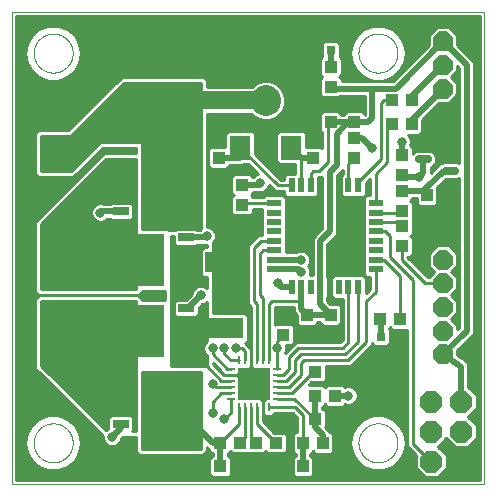
<source format=gtl>
G75*
%MOIN*%
%OFA0B0*%
%FSLAX25Y25*%
%IPPOS*%
%LPD*%
%AMOC8*
5,1,8,0,0,1.08239X$1,22.5*
%
%ADD10C,0.00000*%
%ADD11R,0.03937X0.04331*%
%ADD12R,0.04331X0.03937*%
%ADD13C,0.10000*%
%ADD14OC8,0.10000*%
%ADD15OC8,0.06600*%
%ADD16OC8,0.07400*%
%ADD17R,0.03150X0.03150*%
%ADD18R,0.02200X0.05000*%
%ADD19R,0.05000X0.02200*%
%ADD20R,0.02323X0.02795*%
%ADD21R,0.05402X0.02795*%
%ADD22R,0.15157X0.17795*%
%ADD23R,0.12598X0.07087*%
%ADD24R,0.11024X0.11024*%
%ADD25R,0.00906X0.03150*%
%ADD26R,0.03150X0.00906*%
%ADD27R,0.07000X0.08000*%
%ADD28R,0.08000X0.08000*%
%ADD29C,0.08000*%
%ADD30C,0.02559*%
%ADD31C,0.00984*%
%ADD32C,0.03169*%
%ADD33C,0.01969*%
%ADD34C,0.09843*%
%ADD35C,0.05906*%
D10*
X0055502Y0019081D02*
X0055502Y0176562D01*
X0212982Y0176562D01*
X0212982Y0019081D01*
X0055502Y0019081D01*
X0062782Y0032861D02*
X0062784Y0033022D01*
X0062790Y0033182D01*
X0062800Y0033343D01*
X0062814Y0033503D01*
X0062832Y0033663D01*
X0062853Y0033822D01*
X0062879Y0033981D01*
X0062909Y0034139D01*
X0062942Y0034296D01*
X0062980Y0034453D01*
X0063021Y0034608D01*
X0063066Y0034762D01*
X0063115Y0034915D01*
X0063168Y0035067D01*
X0063224Y0035218D01*
X0063285Y0035367D01*
X0063348Y0035515D01*
X0063416Y0035661D01*
X0063487Y0035805D01*
X0063561Y0035947D01*
X0063639Y0036088D01*
X0063721Y0036226D01*
X0063806Y0036363D01*
X0063894Y0036497D01*
X0063986Y0036629D01*
X0064081Y0036759D01*
X0064179Y0036887D01*
X0064280Y0037012D01*
X0064384Y0037134D01*
X0064491Y0037254D01*
X0064601Y0037371D01*
X0064714Y0037486D01*
X0064830Y0037597D01*
X0064949Y0037706D01*
X0065070Y0037811D01*
X0065194Y0037914D01*
X0065320Y0038014D01*
X0065448Y0038110D01*
X0065579Y0038203D01*
X0065713Y0038293D01*
X0065848Y0038380D01*
X0065986Y0038463D01*
X0066125Y0038543D01*
X0066267Y0038619D01*
X0066410Y0038692D01*
X0066555Y0038761D01*
X0066702Y0038827D01*
X0066850Y0038889D01*
X0067000Y0038947D01*
X0067151Y0039002D01*
X0067304Y0039053D01*
X0067458Y0039100D01*
X0067613Y0039143D01*
X0067769Y0039182D01*
X0067925Y0039218D01*
X0068083Y0039249D01*
X0068241Y0039277D01*
X0068400Y0039301D01*
X0068560Y0039321D01*
X0068720Y0039337D01*
X0068880Y0039349D01*
X0069041Y0039357D01*
X0069202Y0039361D01*
X0069362Y0039361D01*
X0069523Y0039357D01*
X0069684Y0039349D01*
X0069844Y0039337D01*
X0070004Y0039321D01*
X0070164Y0039301D01*
X0070323Y0039277D01*
X0070481Y0039249D01*
X0070639Y0039218D01*
X0070795Y0039182D01*
X0070951Y0039143D01*
X0071106Y0039100D01*
X0071260Y0039053D01*
X0071413Y0039002D01*
X0071564Y0038947D01*
X0071714Y0038889D01*
X0071862Y0038827D01*
X0072009Y0038761D01*
X0072154Y0038692D01*
X0072297Y0038619D01*
X0072439Y0038543D01*
X0072578Y0038463D01*
X0072716Y0038380D01*
X0072851Y0038293D01*
X0072985Y0038203D01*
X0073116Y0038110D01*
X0073244Y0038014D01*
X0073370Y0037914D01*
X0073494Y0037811D01*
X0073615Y0037706D01*
X0073734Y0037597D01*
X0073850Y0037486D01*
X0073963Y0037371D01*
X0074073Y0037254D01*
X0074180Y0037134D01*
X0074284Y0037012D01*
X0074385Y0036887D01*
X0074483Y0036759D01*
X0074578Y0036629D01*
X0074670Y0036497D01*
X0074758Y0036363D01*
X0074843Y0036226D01*
X0074925Y0036088D01*
X0075003Y0035947D01*
X0075077Y0035805D01*
X0075148Y0035661D01*
X0075216Y0035515D01*
X0075279Y0035367D01*
X0075340Y0035218D01*
X0075396Y0035067D01*
X0075449Y0034915D01*
X0075498Y0034762D01*
X0075543Y0034608D01*
X0075584Y0034453D01*
X0075622Y0034296D01*
X0075655Y0034139D01*
X0075685Y0033981D01*
X0075711Y0033822D01*
X0075732Y0033663D01*
X0075750Y0033503D01*
X0075764Y0033343D01*
X0075774Y0033182D01*
X0075780Y0033022D01*
X0075782Y0032861D01*
X0075780Y0032700D01*
X0075774Y0032540D01*
X0075764Y0032379D01*
X0075750Y0032219D01*
X0075732Y0032059D01*
X0075711Y0031900D01*
X0075685Y0031741D01*
X0075655Y0031583D01*
X0075622Y0031426D01*
X0075584Y0031269D01*
X0075543Y0031114D01*
X0075498Y0030960D01*
X0075449Y0030807D01*
X0075396Y0030655D01*
X0075340Y0030504D01*
X0075279Y0030355D01*
X0075216Y0030207D01*
X0075148Y0030061D01*
X0075077Y0029917D01*
X0075003Y0029775D01*
X0074925Y0029634D01*
X0074843Y0029496D01*
X0074758Y0029359D01*
X0074670Y0029225D01*
X0074578Y0029093D01*
X0074483Y0028963D01*
X0074385Y0028835D01*
X0074284Y0028710D01*
X0074180Y0028588D01*
X0074073Y0028468D01*
X0073963Y0028351D01*
X0073850Y0028236D01*
X0073734Y0028125D01*
X0073615Y0028016D01*
X0073494Y0027911D01*
X0073370Y0027808D01*
X0073244Y0027708D01*
X0073116Y0027612D01*
X0072985Y0027519D01*
X0072851Y0027429D01*
X0072716Y0027342D01*
X0072578Y0027259D01*
X0072439Y0027179D01*
X0072297Y0027103D01*
X0072154Y0027030D01*
X0072009Y0026961D01*
X0071862Y0026895D01*
X0071714Y0026833D01*
X0071564Y0026775D01*
X0071413Y0026720D01*
X0071260Y0026669D01*
X0071106Y0026622D01*
X0070951Y0026579D01*
X0070795Y0026540D01*
X0070639Y0026504D01*
X0070481Y0026473D01*
X0070323Y0026445D01*
X0070164Y0026421D01*
X0070004Y0026401D01*
X0069844Y0026385D01*
X0069684Y0026373D01*
X0069523Y0026365D01*
X0069362Y0026361D01*
X0069202Y0026361D01*
X0069041Y0026365D01*
X0068880Y0026373D01*
X0068720Y0026385D01*
X0068560Y0026401D01*
X0068400Y0026421D01*
X0068241Y0026445D01*
X0068083Y0026473D01*
X0067925Y0026504D01*
X0067769Y0026540D01*
X0067613Y0026579D01*
X0067458Y0026622D01*
X0067304Y0026669D01*
X0067151Y0026720D01*
X0067000Y0026775D01*
X0066850Y0026833D01*
X0066702Y0026895D01*
X0066555Y0026961D01*
X0066410Y0027030D01*
X0066267Y0027103D01*
X0066125Y0027179D01*
X0065986Y0027259D01*
X0065848Y0027342D01*
X0065713Y0027429D01*
X0065579Y0027519D01*
X0065448Y0027612D01*
X0065320Y0027708D01*
X0065194Y0027808D01*
X0065070Y0027911D01*
X0064949Y0028016D01*
X0064830Y0028125D01*
X0064714Y0028236D01*
X0064601Y0028351D01*
X0064491Y0028468D01*
X0064384Y0028588D01*
X0064280Y0028710D01*
X0064179Y0028835D01*
X0064081Y0028963D01*
X0063986Y0029093D01*
X0063894Y0029225D01*
X0063806Y0029359D01*
X0063721Y0029496D01*
X0063639Y0029634D01*
X0063561Y0029775D01*
X0063487Y0029917D01*
X0063416Y0030061D01*
X0063348Y0030207D01*
X0063285Y0030355D01*
X0063224Y0030504D01*
X0063168Y0030655D01*
X0063115Y0030807D01*
X0063066Y0030960D01*
X0063021Y0031114D01*
X0062980Y0031269D01*
X0062942Y0031426D01*
X0062909Y0031583D01*
X0062879Y0031741D01*
X0062853Y0031900D01*
X0062832Y0032059D01*
X0062814Y0032219D01*
X0062800Y0032379D01*
X0062790Y0032540D01*
X0062784Y0032700D01*
X0062782Y0032861D01*
X0171049Y0032861D02*
X0171051Y0033022D01*
X0171057Y0033182D01*
X0171067Y0033343D01*
X0171081Y0033503D01*
X0171099Y0033663D01*
X0171120Y0033822D01*
X0171146Y0033981D01*
X0171176Y0034139D01*
X0171209Y0034296D01*
X0171247Y0034453D01*
X0171288Y0034608D01*
X0171333Y0034762D01*
X0171382Y0034915D01*
X0171435Y0035067D01*
X0171491Y0035218D01*
X0171552Y0035367D01*
X0171615Y0035515D01*
X0171683Y0035661D01*
X0171754Y0035805D01*
X0171828Y0035947D01*
X0171906Y0036088D01*
X0171988Y0036226D01*
X0172073Y0036363D01*
X0172161Y0036497D01*
X0172253Y0036629D01*
X0172348Y0036759D01*
X0172446Y0036887D01*
X0172547Y0037012D01*
X0172651Y0037134D01*
X0172758Y0037254D01*
X0172868Y0037371D01*
X0172981Y0037486D01*
X0173097Y0037597D01*
X0173216Y0037706D01*
X0173337Y0037811D01*
X0173461Y0037914D01*
X0173587Y0038014D01*
X0173715Y0038110D01*
X0173846Y0038203D01*
X0173980Y0038293D01*
X0174115Y0038380D01*
X0174253Y0038463D01*
X0174392Y0038543D01*
X0174534Y0038619D01*
X0174677Y0038692D01*
X0174822Y0038761D01*
X0174969Y0038827D01*
X0175117Y0038889D01*
X0175267Y0038947D01*
X0175418Y0039002D01*
X0175571Y0039053D01*
X0175725Y0039100D01*
X0175880Y0039143D01*
X0176036Y0039182D01*
X0176192Y0039218D01*
X0176350Y0039249D01*
X0176508Y0039277D01*
X0176667Y0039301D01*
X0176827Y0039321D01*
X0176987Y0039337D01*
X0177147Y0039349D01*
X0177308Y0039357D01*
X0177469Y0039361D01*
X0177629Y0039361D01*
X0177790Y0039357D01*
X0177951Y0039349D01*
X0178111Y0039337D01*
X0178271Y0039321D01*
X0178431Y0039301D01*
X0178590Y0039277D01*
X0178748Y0039249D01*
X0178906Y0039218D01*
X0179062Y0039182D01*
X0179218Y0039143D01*
X0179373Y0039100D01*
X0179527Y0039053D01*
X0179680Y0039002D01*
X0179831Y0038947D01*
X0179981Y0038889D01*
X0180129Y0038827D01*
X0180276Y0038761D01*
X0180421Y0038692D01*
X0180564Y0038619D01*
X0180706Y0038543D01*
X0180845Y0038463D01*
X0180983Y0038380D01*
X0181118Y0038293D01*
X0181252Y0038203D01*
X0181383Y0038110D01*
X0181511Y0038014D01*
X0181637Y0037914D01*
X0181761Y0037811D01*
X0181882Y0037706D01*
X0182001Y0037597D01*
X0182117Y0037486D01*
X0182230Y0037371D01*
X0182340Y0037254D01*
X0182447Y0037134D01*
X0182551Y0037012D01*
X0182652Y0036887D01*
X0182750Y0036759D01*
X0182845Y0036629D01*
X0182937Y0036497D01*
X0183025Y0036363D01*
X0183110Y0036226D01*
X0183192Y0036088D01*
X0183270Y0035947D01*
X0183344Y0035805D01*
X0183415Y0035661D01*
X0183483Y0035515D01*
X0183546Y0035367D01*
X0183607Y0035218D01*
X0183663Y0035067D01*
X0183716Y0034915D01*
X0183765Y0034762D01*
X0183810Y0034608D01*
X0183851Y0034453D01*
X0183889Y0034296D01*
X0183922Y0034139D01*
X0183952Y0033981D01*
X0183978Y0033822D01*
X0183999Y0033663D01*
X0184017Y0033503D01*
X0184031Y0033343D01*
X0184041Y0033182D01*
X0184047Y0033022D01*
X0184049Y0032861D01*
X0184047Y0032700D01*
X0184041Y0032540D01*
X0184031Y0032379D01*
X0184017Y0032219D01*
X0183999Y0032059D01*
X0183978Y0031900D01*
X0183952Y0031741D01*
X0183922Y0031583D01*
X0183889Y0031426D01*
X0183851Y0031269D01*
X0183810Y0031114D01*
X0183765Y0030960D01*
X0183716Y0030807D01*
X0183663Y0030655D01*
X0183607Y0030504D01*
X0183546Y0030355D01*
X0183483Y0030207D01*
X0183415Y0030061D01*
X0183344Y0029917D01*
X0183270Y0029775D01*
X0183192Y0029634D01*
X0183110Y0029496D01*
X0183025Y0029359D01*
X0182937Y0029225D01*
X0182845Y0029093D01*
X0182750Y0028963D01*
X0182652Y0028835D01*
X0182551Y0028710D01*
X0182447Y0028588D01*
X0182340Y0028468D01*
X0182230Y0028351D01*
X0182117Y0028236D01*
X0182001Y0028125D01*
X0181882Y0028016D01*
X0181761Y0027911D01*
X0181637Y0027808D01*
X0181511Y0027708D01*
X0181383Y0027612D01*
X0181252Y0027519D01*
X0181118Y0027429D01*
X0180983Y0027342D01*
X0180845Y0027259D01*
X0180706Y0027179D01*
X0180564Y0027103D01*
X0180421Y0027030D01*
X0180276Y0026961D01*
X0180129Y0026895D01*
X0179981Y0026833D01*
X0179831Y0026775D01*
X0179680Y0026720D01*
X0179527Y0026669D01*
X0179373Y0026622D01*
X0179218Y0026579D01*
X0179062Y0026540D01*
X0178906Y0026504D01*
X0178748Y0026473D01*
X0178590Y0026445D01*
X0178431Y0026421D01*
X0178271Y0026401D01*
X0178111Y0026385D01*
X0177951Y0026373D01*
X0177790Y0026365D01*
X0177629Y0026361D01*
X0177469Y0026361D01*
X0177308Y0026365D01*
X0177147Y0026373D01*
X0176987Y0026385D01*
X0176827Y0026401D01*
X0176667Y0026421D01*
X0176508Y0026445D01*
X0176350Y0026473D01*
X0176192Y0026504D01*
X0176036Y0026540D01*
X0175880Y0026579D01*
X0175725Y0026622D01*
X0175571Y0026669D01*
X0175418Y0026720D01*
X0175267Y0026775D01*
X0175117Y0026833D01*
X0174969Y0026895D01*
X0174822Y0026961D01*
X0174677Y0027030D01*
X0174534Y0027103D01*
X0174392Y0027179D01*
X0174253Y0027259D01*
X0174115Y0027342D01*
X0173980Y0027429D01*
X0173846Y0027519D01*
X0173715Y0027612D01*
X0173587Y0027708D01*
X0173461Y0027808D01*
X0173337Y0027911D01*
X0173216Y0028016D01*
X0173097Y0028125D01*
X0172981Y0028236D01*
X0172868Y0028351D01*
X0172758Y0028468D01*
X0172651Y0028588D01*
X0172547Y0028710D01*
X0172446Y0028835D01*
X0172348Y0028963D01*
X0172253Y0029093D01*
X0172161Y0029225D01*
X0172073Y0029359D01*
X0171988Y0029496D01*
X0171906Y0029634D01*
X0171828Y0029775D01*
X0171754Y0029917D01*
X0171683Y0030061D01*
X0171615Y0030207D01*
X0171552Y0030355D01*
X0171491Y0030504D01*
X0171435Y0030655D01*
X0171382Y0030807D01*
X0171333Y0030960D01*
X0171288Y0031114D01*
X0171247Y0031269D01*
X0171209Y0031426D01*
X0171176Y0031583D01*
X0171146Y0031741D01*
X0171120Y0031900D01*
X0171099Y0032059D01*
X0171081Y0032219D01*
X0171067Y0032379D01*
X0171057Y0032540D01*
X0171051Y0032700D01*
X0171049Y0032861D01*
X0171049Y0162782D02*
X0171051Y0162943D01*
X0171057Y0163103D01*
X0171067Y0163264D01*
X0171081Y0163424D01*
X0171099Y0163584D01*
X0171120Y0163743D01*
X0171146Y0163902D01*
X0171176Y0164060D01*
X0171209Y0164217D01*
X0171247Y0164374D01*
X0171288Y0164529D01*
X0171333Y0164683D01*
X0171382Y0164836D01*
X0171435Y0164988D01*
X0171491Y0165139D01*
X0171552Y0165288D01*
X0171615Y0165436D01*
X0171683Y0165582D01*
X0171754Y0165726D01*
X0171828Y0165868D01*
X0171906Y0166009D01*
X0171988Y0166147D01*
X0172073Y0166284D01*
X0172161Y0166418D01*
X0172253Y0166550D01*
X0172348Y0166680D01*
X0172446Y0166808D01*
X0172547Y0166933D01*
X0172651Y0167055D01*
X0172758Y0167175D01*
X0172868Y0167292D01*
X0172981Y0167407D01*
X0173097Y0167518D01*
X0173216Y0167627D01*
X0173337Y0167732D01*
X0173461Y0167835D01*
X0173587Y0167935D01*
X0173715Y0168031D01*
X0173846Y0168124D01*
X0173980Y0168214D01*
X0174115Y0168301D01*
X0174253Y0168384D01*
X0174392Y0168464D01*
X0174534Y0168540D01*
X0174677Y0168613D01*
X0174822Y0168682D01*
X0174969Y0168748D01*
X0175117Y0168810D01*
X0175267Y0168868D01*
X0175418Y0168923D01*
X0175571Y0168974D01*
X0175725Y0169021D01*
X0175880Y0169064D01*
X0176036Y0169103D01*
X0176192Y0169139D01*
X0176350Y0169170D01*
X0176508Y0169198D01*
X0176667Y0169222D01*
X0176827Y0169242D01*
X0176987Y0169258D01*
X0177147Y0169270D01*
X0177308Y0169278D01*
X0177469Y0169282D01*
X0177629Y0169282D01*
X0177790Y0169278D01*
X0177951Y0169270D01*
X0178111Y0169258D01*
X0178271Y0169242D01*
X0178431Y0169222D01*
X0178590Y0169198D01*
X0178748Y0169170D01*
X0178906Y0169139D01*
X0179062Y0169103D01*
X0179218Y0169064D01*
X0179373Y0169021D01*
X0179527Y0168974D01*
X0179680Y0168923D01*
X0179831Y0168868D01*
X0179981Y0168810D01*
X0180129Y0168748D01*
X0180276Y0168682D01*
X0180421Y0168613D01*
X0180564Y0168540D01*
X0180706Y0168464D01*
X0180845Y0168384D01*
X0180983Y0168301D01*
X0181118Y0168214D01*
X0181252Y0168124D01*
X0181383Y0168031D01*
X0181511Y0167935D01*
X0181637Y0167835D01*
X0181761Y0167732D01*
X0181882Y0167627D01*
X0182001Y0167518D01*
X0182117Y0167407D01*
X0182230Y0167292D01*
X0182340Y0167175D01*
X0182447Y0167055D01*
X0182551Y0166933D01*
X0182652Y0166808D01*
X0182750Y0166680D01*
X0182845Y0166550D01*
X0182937Y0166418D01*
X0183025Y0166284D01*
X0183110Y0166147D01*
X0183192Y0166009D01*
X0183270Y0165868D01*
X0183344Y0165726D01*
X0183415Y0165582D01*
X0183483Y0165436D01*
X0183546Y0165288D01*
X0183607Y0165139D01*
X0183663Y0164988D01*
X0183716Y0164836D01*
X0183765Y0164683D01*
X0183810Y0164529D01*
X0183851Y0164374D01*
X0183889Y0164217D01*
X0183922Y0164060D01*
X0183952Y0163902D01*
X0183978Y0163743D01*
X0183999Y0163584D01*
X0184017Y0163424D01*
X0184031Y0163264D01*
X0184041Y0163103D01*
X0184047Y0162943D01*
X0184049Y0162782D01*
X0184047Y0162621D01*
X0184041Y0162461D01*
X0184031Y0162300D01*
X0184017Y0162140D01*
X0183999Y0161980D01*
X0183978Y0161821D01*
X0183952Y0161662D01*
X0183922Y0161504D01*
X0183889Y0161347D01*
X0183851Y0161190D01*
X0183810Y0161035D01*
X0183765Y0160881D01*
X0183716Y0160728D01*
X0183663Y0160576D01*
X0183607Y0160425D01*
X0183546Y0160276D01*
X0183483Y0160128D01*
X0183415Y0159982D01*
X0183344Y0159838D01*
X0183270Y0159696D01*
X0183192Y0159555D01*
X0183110Y0159417D01*
X0183025Y0159280D01*
X0182937Y0159146D01*
X0182845Y0159014D01*
X0182750Y0158884D01*
X0182652Y0158756D01*
X0182551Y0158631D01*
X0182447Y0158509D01*
X0182340Y0158389D01*
X0182230Y0158272D01*
X0182117Y0158157D01*
X0182001Y0158046D01*
X0181882Y0157937D01*
X0181761Y0157832D01*
X0181637Y0157729D01*
X0181511Y0157629D01*
X0181383Y0157533D01*
X0181252Y0157440D01*
X0181118Y0157350D01*
X0180983Y0157263D01*
X0180845Y0157180D01*
X0180706Y0157100D01*
X0180564Y0157024D01*
X0180421Y0156951D01*
X0180276Y0156882D01*
X0180129Y0156816D01*
X0179981Y0156754D01*
X0179831Y0156696D01*
X0179680Y0156641D01*
X0179527Y0156590D01*
X0179373Y0156543D01*
X0179218Y0156500D01*
X0179062Y0156461D01*
X0178906Y0156425D01*
X0178748Y0156394D01*
X0178590Y0156366D01*
X0178431Y0156342D01*
X0178271Y0156322D01*
X0178111Y0156306D01*
X0177951Y0156294D01*
X0177790Y0156286D01*
X0177629Y0156282D01*
X0177469Y0156282D01*
X0177308Y0156286D01*
X0177147Y0156294D01*
X0176987Y0156306D01*
X0176827Y0156322D01*
X0176667Y0156342D01*
X0176508Y0156366D01*
X0176350Y0156394D01*
X0176192Y0156425D01*
X0176036Y0156461D01*
X0175880Y0156500D01*
X0175725Y0156543D01*
X0175571Y0156590D01*
X0175418Y0156641D01*
X0175267Y0156696D01*
X0175117Y0156754D01*
X0174969Y0156816D01*
X0174822Y0156882D01*
X0174677Y0156951D01*
X0174534Y0157024D01*
X0174392Y0157100D01*
X0174253Y0157180D01*
X0174115Y0157263D01*
X0173980Y0157350D01*
X0173846Y0157440D01*
X0173715Y0157533D01*
X0173587Y0157629D01*
X0173461Y0157729D01*
X0173337Y0157832D01*
X0173216Y0157937D01*
X0173097Y0158046D01*
X0172981Y0158157D01*
X0172868Y0158272D01*
X0172758Y0158389D01*
X0172651Y0158509D01*
X0172547Y0158631D01*
X0172446Y0158756D01*
X0172348Y0158884D01*
X0172253Y0159014D01*
X0172161Y0159146D01*
X0172073Y0159280D01*
X0171988Y0159417D01*
X0171906Y0159555D01*
X0171828Y0159696D01*
X0171754Y0159838D01*
X0171683Y0159982D01*
X0171615Y0160128D01*
X0171552Y0160276D01*
X0171491Y0160425D01*
X0171435Y0160576D01*
X0171382Y0160728D01*
X0171333Y0160881D01*
X0171288Y0161035D01*
X0171247Y0161190D01*
X0171209Y0161347D01*
X0171176Y0161504D01*
X0171146Y0161662D01*
X0171120Y0161821D01*
X0171099Y0161980D01*
X0171081Y0162140D01*
X0171067Y0162300D01*
X0171057Y0162461D01*
X0171051Y0162621D01*
X0171049Y0162782D01*
X0062782Y0162782D02*
X0062784Y0162943D01*
X0062790Y0163103D01*
X0062800Y0163264D01*
X0062814Y0163424D01*
X0062832Y0163584D01*
X0062853Y0163743D01*
X0062879Y0163902D01*
X0062909Y0164060D01*
X0062942Y0164217D01*
X0062980Y0164374D01*
X0063021Y0164529D01*
X0063066Y0164683D01*
X0063115Y0164836D01*
X0063168Y0164988D01*
X0063224Y0165139D01*
X0063285Y0165288D01*
X0063348Y0165436D01*
X0063416Y0165582D01*
X0063487Y0165726D01*
X0063561Y0165868D01*
X0063639Y0166009D01*
X0063721Y0166147D01*
X0063806Y0166284D01*
X0063894Y0166418D01*
X0063986Y0166550D01*
X0064081Y0166680D01*
X0064179Y0166808D01*
X0064280Y0166933D01*
X0064384Y0167055D01*
X0064491Y0167175D01*
X0064601Y0167292D01*
X0064714Y0167407D01*
X0064830Y0167518D01*
X0064949Y0167627D01*
X0065070Y0167732D01*
X0065194Y0167835D01*
X0065320Y0167935D01*
X0065448Y0168031D01*
X0065579Y0168124D01*
X0065713Y0168214D01*
X0065848Y0168301D01*
X0065986Y0168384D01*
X0066125Y0168464D01*
X0066267Y0168540D01*
X0066410Y0168613D01*
X0066555Y0168682D01*
X0066702Y0168748D01*
X0066850Y0168810D01*
X0067000Y0168868D01*
X0067151Y0168923D01*
X0067304Y0168974D01*
X0067458Y0169021D01*
X0067613Y0169064D01*
X0067769Y0169103D01*
X0067925Y0169139D01*
X0068083Y0169170D01*
X0068241Y0169198D01*
X0068400Y0169222D01*
X0068560Y0169242D01*
X0068720Y0169258D01*
X0068880Y0169270D01*
X0069041Y0169278D01*
X0069202Y0169282D01*
X0069362Y0169282D01*
X0069523Y0169278D01*
X0069684Y0169270D01*
X0069844Y0169258D01*
X0070004Y0169242D01*
X0070164Y0169222D01*
X0070323Y0169198D01*
X0070481Y0169170D01*
X0070639Y0169139D01*
X0070795Y0169103D01*
X0070951Y0169064D01*
X0071106Y0169021D01*
X0071260Y0168974D01*
X0071413Y0168923D01*
X0071564Y0168868D01*
X0071714Y0168810D01*
X0071862Y0168748D01*
X0072009Y0168682D01*
X0072154Y0168613D01*
X0072297Y0168540D01*
X0072439Y0168464D01*
X0072578Y0168384D01*
X0072716Y0168301D01*
X0072851Y0168214D01*
X0072985Y0168124D01*
X0073116Y0168031D01*
X0073244Y0167935D01*
X0073370Y0167835D01*
X0073494Y0167732D01*
X0073615Y0167627D01*
X0073734Y0167518D01*
X0073850Y0167407D01*
X0073963Y0167292D01*
X0074073Y0167175D01*
X0074180Y0167055D01*
X0074284Y0166933D01*
X0074385Y0166808D01*
X0074483Y0166680D01*
X0074578Y0166550D01*
X0074670Y0166418D01*
X0074758Y0166284D01*
X0074843Y0166147D01*
X0074925Y0166009D01*
X0075003Y0165868D01*
X0075077Y0165726D01*
X0075148Y0165582D01*
X0075216Y0165436D01*
X0075279Y0165288D01*
X0075340Y0165139D01*
X0075396Y0164988D01*
X0075449Y0164836D01*
X0075498Y0164683D01*
X0075543Y0164529D01*
X0075584Y0164374D01*
X0075622Y0164217D01*
X0075655Y0164060D01*
X0075685Y0163902D01*
X0075711Y0163743D01*
X0075732Y0163584D01*
X0075750Y0163424D01*
X0075764Y0163264D01*
X0075774Y0163103D01*
X0075780Y0162943D01*
X0075782Y0162782D01*
X0075780Y0162621D01*
X0075774Y0162461D01*
X0075764Y0162300D01*
X0075750Y0162140D01*
X0075732Y0161980D01*
X0075711Y0161821D01*
X0075685Y0161662D01*
X0075655Y0161504D01*
X0075622Y0161347D01*
X0075584Y0161190D01*
X0075543Y0161035D01*
X0075498Y0160881D01*
X0075449Y0160728D01*
X0075396Y0160576D01*
X0075340Y0160425D01*
X0075279Y0160276D01*
X0075216Y0160128D01*
X0075148Y0159982D01*
X0075077Y0159838D01*
X0075003Y0159696D01*
X0074925Y0159555D01*
X0074843Y0159417D01*
X0074758Y0159280D01*
X0074670Y0159146D01*
X0074578Y0159014D01*
X0074483Y0158884D01*
X0074385Y0158756D01*
X0074284Y0158631D01*
X0074180Y0158509D01*
X0074073Y0158389D01*
X0073963Y0158272D01*
X0073850Y0158157D01*
X0073734Y0158046D01*
X0073615Y0157937D01*
X0073494Y0157832D01*
X0073370Y0157729D01*
X0073244Y0157629D01*
X0073116Y0157533D01*
X0072985Y0157440D01*
X0072851Y0157350D01*
X0072716Y0157263D01*
X0072578Y0157180D01*
X0072439Y0157100D01*
X0072297Y0157024D01*
X0072154Y0156951D01*
X0072009Y0156882D01*
X0071862Y0156816D01*
X0071714Y0156754D01*
X0071564Y0156696D01*
X0071413Y0156641D01*
X0071260Y0156590D01*
X0071106Y0156543D01*
X0070951Y0156500D01*
X0070795Y0156461D01*
X0070639Y0156425D01*
X0070481Y0156394D01*
X0070323Y0156366D01*
X0070164Y0156342D01*
X0070004Y0156322D01*
X0069844Y0156306D01*
X0069684Y0156294D01*
X0069523Y0156286D01*
X0069362Y0156282D01*
X0069202Y0156282D01*
X0069041Y0156286D01*
X0068880Y0156294D01*
X0068720Y0156306D01*
X0068560Y0156322D01*
X0068400Y0156342D01*
X0068241Y0156366D01*
X0068083Y0156394D01*
X0067925Y0156425D01*
X0067769Y0156461D01*
X0067613Y0156500D01*
X0067458Y0156543D01*
X0067304Y0156590D01*
X0067151Y0156641D01*
X0067000Y0156696D01*
X0066850Y0156754D01*
X0066702Y0156816D01*
X0066555Y0156882D01*
X0066410Y0156951D01*
X0066267Y0157024D01*
X0066125Y0157100D01*
X0065986Y0157180D01*
X0065848Y0157263D01*
X0065713Y0157350D01*
X0065579Y0157440D01*
X0065448Y0157533D01*
X0065320Y0157629D01*
X0065194Y0157729D01*
X0065070Y0157832D01*
X0064949Y0157937D01*
X0064830Y0158046D01*
X0064714Y0158157D01*
X0064601Y0158272D01*
X0064491Y0158389D01*
X0064384Y0158509D01*
X0064280Y0158631D01*
X0064179Y0158756D01*
X0064081Y0158884D01*
X0063986Y0159014D01*
X0063894Y0159146D01*
X0063806Y0159280D01*
X0063721Y0159417D01*
X0063639Y0159555D01*
X0063561Y0159696D01*
X0063487Y0159838D01*
X0063416Y0159982D01*
X0063348Y0160128D01*
X0063285Y0160276D01*
X0063224Y0160425D01*
X0063168Y0160576D01*
X0063115Y0160728D01*
X0063066Y0160881D01*
X0063021Y0161035D01*
X0062980Y0161190D01*
X0062942Y0161347D01*
X0062909Y0161504D01*
X0062879Y0161662D01*
X0062853Y0161821D01*
X0062832Y0161980D01*
X0062814Y0162140D01*
X0062800Y0162300D01*
X0062790Y0162461D01*
X0062784Y0162621D01*
X0062782Y0162782D01*
D11*
X0124400Y0134633D03*
X0124400Y0127940D03*
X0155896Y0127940D03*
X0155896Y0134633D03*
X0161801Y0139751D03*
X0161801Y0146444D03*
X0169675Y0146444D03*
X0169675Y0139751D03*
X0182077Y0139160D03*
X0188770Y0139160D03*
X0188770Y0147034D03*
X0182077Y0147034D03*
X0193888Y0115538D03*
X0200581Y0115538D03*
X0161801Y0075577D03*
X0153927Y0075577D03*
X0153927Y0068885D03*
X0161801Y0068885D03*
X0178140Y0074199D03*
X0184833Y0074199D03*
X0163179Y0048609D03*
X0156486Y0048609D03*
X0159242Y0032861D03*
X0152549Y0032861D03*
X0152549Y0024987D03*
X0159242Y0024987D03*
D12*
X0143494Y0032861D03*
X0136801Y0032861D03*
X0131683Y0032861D03*
X0124990Y0032861D03*
X0124990Y0024987D03*
X0131683Y0024987D03*
X0156486Y0040735D03*
X0163179Y0040735D03*
X0163179Y0056483D03*
X0156486Y0056483D03*
X0146053Y0068885D03*
X0146053Y0075577D03*
X0185423Y0098412D03*
X0185423Y0105105D03*
X0185423Y0110223D03*
X0185423Y0116916D03*
X0185423Y0122034D03*
X0185423Y0128727D03*
X0169675Y0127940D03*
X0169675Y0134633D03*
X0161801Y0151562D03*
X0161801Y0158255D03*
X0132274Y0118885D03*
X0132274Y0112192D03*
D13*
X0140148Y0146877D03*
X0102746Y0146877D03*
D14*
X0102746Y0166877D03*
X0140148Y0166877D03*
D15*
X0199203Y0166719D03*
X0199203Y0158845D03*
X0199203Y0150971D03*
X0199203Y0143097D03*
X0199203Y0101759D03*
X0199203Y0093885D03*
X0199203Y0086010D03*
X0199203Y0078136D03*
X0199203Y0070262D03*
X0199203Y0062388D03*
D16*
X0195266Y0046640D03*
X0205266Y0046640D03*
X0205266Y0036640D03*
X0195266Y0036640D03*
X0195266Y0026640D03*
X0205266Y0026640D03*
D17*
X0184439Y0068294D03*
X0178534Y0068294D03*
X0161801Y0163766D03*
X0161801Y0169672D03*
D18*
X0161408Y0118659D03*
X0164557Y0118659D03*
X0167707Y0118659D03*
X0170856Y0118659D03*
X0158258Y0118659D03*
X0155108Y0118659D03*
X0151959Y0118659D03*
X0148809Y0118659D03*
X0148809Y0084859D03*
X0151959Y0084859D03*
X0155108Y0084859D03*
X0158258Y0084859D03*
X0161408Y0084859D03*
X0164557Y0084859D03*
X0167707Y0084859D03*
X0170856Y0084859D03*
D19*
X0176733Y0090735D03*
X0176733Y0093885D03*
X0176733Y0097034D03*
X0176733Y0100184D03*
X0176733Y0103333D03*
X0176733Y0106483D03*
X0176733Y0109633D03*
X0176733Y0112782D03*
X0142933Y0112782D03*
X0142933Y0109633D03*
X0142933Y0106483D03*
X0142933Y0103333D03*
X0142933Y0100184D03*
X0142933Y0097034D03*
X0142933Y0093885D03*
X0142933Y0090735D03*
D20*
X0115191Y0110007D03*
X0115191Y0115007D03*
X0115191Y0120007D03*
X0115191Y0125007D03*
X0090301Y0101385D03*
X0090301Y0096385D03*
X0090301Y0091385D03*
X0090301Y0086385D03*
X0090301Y0077762D03*
X0090301Y0072762D03*
X0090301Y0067762D03*
X0090301Y0062762D03*
X0115191Y0054140D03*
X0115191Y0049140D03*
X0115191Y0044140D03*
X0115191Y0039140D03*
D21*
X0091841Y0039140D03*
X0091841Y0044140D03*
X0091841Y0049140D03*
X0091841Y0054140D03*
X0113652Y0062762D03*
X0113652Y0067762D03*
X0113652Y0072762D03*
X0113652Y0077762D03*
X0113652Y0086385D03*
X0113652Y0091385D03*
X0113652Y0096385D03*
X0113652Y0101385D03*
X0091841Y0110007D03*
X0091841Y0115007D03*
X0091841Y0120007D03*
X0091841Y0125007D03*
D22*
X0106451Y0117507D03*
X0099041Y0093885D03*
X0099041Y0070262D03*
X0106451Y0046640D03*
D23*
X0126368Y0071050D03*
X0126368Y0093097D03*
D24*
X0136211Y0052546D03*
D25*
X0137195Y0044770D03*
X0139163Y0044770D03*
X0141132Y0044770D03*
X0135226Y0044770D03*
X0133258Y0044770D03*
X0131289Y0044770D03*
X0131289Y0060322D03*
X0133258Y0060322D03*
X0135226Y0060322D03*
X0137195Y0060322D03*
X0139163Y0060322D03*
X0141132Y0060322D03*
D26*
X0143986Y0057467D03*
X0143986Y0055499D03*
X0143986Y0053530D03*
X0143986Y0051562D03*
X0143986Y0049593D03*
X0143986Y0047625D03*
X0128435Y0047625D03*
X0128435Y0049593D03*
X0128435Y0051562D03*
X0128435Y0053530D03*
X0128435Y0055499D03*
X0128435Y0057467D03*
D27*
X0131648Y0131286D03*
X0148648Y0131286D03*
D28*
X0071250Y0127349D03*
X0071250Y0074199D03*
D29*
X0071250Y0087979D03*
X0071250Y0141129D03*
D30*
X0191230Y0127349D02*
X0191230Y0127349D01*
X0194184Y0127349D01*
X0194184Y0127349D01*
X0191230Y0127349D01*
X0200285Y0123609D02*
X0200285Y0123609D01*
X0203239Y0123609D01*
X0203239Y0123609D01*
X0200285Y0123609D01*
X0200285Y0131089D02*
X0200285Y0131089D01*
X0203239Y0131089D01*
X0203239Y0131089D01*
X0200285Y0131089D01*
D31*
X0204616Y0131116D02*
X0189065Y0131116D01*
X0189065Y0131307D02*
X0189065Y0129081D01*
X0189669Y0129685D01*
X0190682Y0130105D01*
X0194731Y0130105D01*
X0195744Y0129685D01*
X0196519Y0128910D01*
X0196939Y0127897D01*
X0196939Y0126801D01*
X0196519Y0125788D01*
X0195744Y0125013D01*
X0195167Y0124774D01*
X0195167Y0122856D01*
X0197314Y0125003D01*
X0198006Y0125695D01*
X0198910Y0126070D01*
X0199024Y0126070D01*
X0199737Y0126365D01*
X0203786Y0126365D01*
X0204616Y0126021D01*
X0204616Y0157826D01*
X0203979Y0158463D01*
X0203979Y0156867D01*
X0202021Y0154908D01*
X0203979Y0152950D01*
X0203979Y0148993D01*
X0201181Y0146195D01*
X0197906Y0146195D01*
X0192215Y0140503D01*
X0192215Y0136383D01*
X0191350Y0135518D01*
X0187488Y0135518D01*
X0188018Y0134988D01*
X0188484Y0133863D01*
X0188484Y0132646D01*
X0188262Y0132110D01*
X0189065Y0131307D01*
X0188273Y0132099D02*
X0204616Y0132099D01*
X0204616Y0133082D02*
X0188484Y0133082D01*
X0188401Y0134065D02*
X0204616Y0134065D01*
X0204616Y0135047D02*
X0187959Y0135047D01*
X0191862Y0136030D02*
X0204616Y0136030D01*
X0204616Y0137013D02*
X0192215Y0137013D01*
X0192215Y0137996D02*
X0204616Y0137996D01*
X0204616Y0138978D02*
X0192215Y0138978D01*
X0192215Y0139961D02*
X0204616Y0139961D01*
X0204616Y0140944D02*
X0192656Y0140944D01*
X0193638Y0141927D02*
X0204616Y0141927D01*
X0204616Y0142910D02*
X0194621Y0142910D01*
X0195604Y0143892D02*
X0204616Y0143892D01*
X0204616Y0144875D02*
X0196587Y0144875D01*
X0197569Y0145858D02*
X0204616Y0145858D01*
X0204616Y0146841D02*
X0201827Y0146841D01*
X0202810Y0147823D02*
X0204616Y0147823D01*
X0204616Y0148806D02*
X0203793Y0148806D01*
X0203979Y0149789D02*
X0204616Y0149789D01*
X0204616Y0150772D02*
X0203979Y0150772D01*
X0203979Y0151754D02*
X0204616Y0151754D01*
X0204616Y0152737D02*
X0203979Y0152737D01*
X0204616Y0153720D02*
X0203209Y0153720D01*
X0202226Y0154703D02*
X0204616Y0154703D01*
X0204616Y0155685D02*
X0202798Y0155685D01*
X0203781Y0156668D02*
X0204616Y0156668D01*
X0204616Y0157651D02*
X0203979Y0157651D01*
X0207820Y0161582D02*
X0211490Y0161582D01*
X0211490Y0160599D02*
X0208803Y0160599D01*
X0209163Y0160239D02*
X0203979Y0165423D01*
X0203979Y0168698D01*
X0201181Y0171496D01*
X0197224Y0171496D01*
X0194426Y0168698D01*
X0194426Y0165423D01*
X0182436Y0153432D01*
X0165443Y0153432D01*
X0165443Y0154142D01*
X0164677Y0154908D01*
X0165443Y0155675D01*
X0165443Y0160835D01*
X0164775Y0161503D01*
X0164852Y0161580D01*
X0164852Y0165953D01*
X0163988Y0166818D01*
X0159615Y0166818D01*
X0158750Y0165953D01*
X0158750Y0161580D01*
X0158828Y0161503D01*
X0158160Y0160835D01*
X0158160Y0155675D01*
X0158926Y0154908D01*
X0158160Y0154142D01*
X0158160Y0148982D01*
X0159024Y0148117D01*
X0164578Y0148117D01*
X0164972Y0148510D01*
X0173120Y0148510D01*
X0173120Y0142211D01*
X0173120Y0142528D01*
X0172255Y0143392D01*
X0167095Y0143392D01*
X0166230Y0142528D01*
X0166230Y0142211D01*
X0165246Y0142211D01*
X0165246Y0142528D01*
X0164381Y0143392D01*
X0159221Y0143392D01*
X0158356Y0142528D01*
X0158356Y0136974D01*
X0158848Y0136482D01*
X0158848Y0131209D01*
X0158476Y0131581D01*
X0153624Y0131581D01*
X0153624Y0135898D01*
X0152759Y0136762D01*
X0144536Y0136762D01*
X0143671Y0135898D01*
X0143671Y0126675D01*
X0144536Y0125810D01*
X0149990Y0125810D01*
X0149990Y0122635D01*
X0147098Y0122635D01*
X0146233Y0121770D01*
X0146233Y0120627D01*
X0145091Y0120627D01*
X0136624Y0129094D01*
X0136624Y0135898D01*
X0135759Y0136762D01*
X0127536Y0136762D01*
X0126671Y0135898D01*
X0126671Y0131581D01*
X0121820Y0131581D01*
X0120955Y0130717D01*
X0120955Y0125163D01*
X0121820Y0124298D01*
X0126980Y0124298D01*
X0127845Y0125163D01*
X0127845Y0125479D01*
X0132137Y0125479D01*
X0132936Y0125810D01*
X0134340Y0125810D01*
X0137614Y0122536D01*
X0137570Y0122536D01*
X0136445Y0122070D01*
X0135878Y0121502D01*
X0135051Y0122329D01*
X0129497Y0122329D01*
X0128632Y0121465D01*
X0128632Y0116304D01*
X0129398Y0115538D01*
X0128632Y0114772D01*
X0128632Y0109612D01*
X0129497Y0108747D01*
X0135051Y0108747D01*
X0135915Y0109612D01*
X0135915Y0110814D01*
X0138956Y0110814D01*
X0138956Y0102152D01*
X0137758Y0102152D01*
X0136604Y0100999D01*
X0134242Y0098637D01*
X0134242Y0079290D01*
X0135226Y0078305D01*
X0135226Y0059506D01*
X0135226Y0064188D01*
X0134242Y0065172D01*
X0133332Y0066083D01*
X0134144Y0066895D01*
X0134144Y0075205D01*
X0133279Y0076070D01*
X0122431Y0076070D01*
X0122431Y0099399D01*
X0123057Y0100025D01*
X0123523Y0101150D01*
X0123523Y0102367D01*
X0123057Y0103492D01*
X0122196Y0104353D01*
X0121071Y0104819D01*
X0120463Y0104819D01*
X0120463Y0142605D01*
X0135260Y0142605D01*
X0136479Y0141386D01*
X0138859Y0140400D01*
X0141436Y0140400D01*
X0143816Y0141386D01*
X0145638Y0143208D01*
X0146624Y0145588D01*
X0146624Y0148165D01*
X0145638Y0150545D01*
X0145604Y0150579D01*
X0145571Y0150658D01*
X0143772Y0152458D01*
X0141420Y0153432D01*
X0138875Y0153432D01*
X0136524Y0152458D01*
X0135529Y0151463D01*
X0120463Y0151463D01*
X0120463Y0153755D01*
X0119310Y0154908D01*
X0092088Y0154908D01*
X0074372Y0137192D01*
X0064529Y0137192D01*
X0063376Y0136038D01*
X0063376Y0122597D01*
X0064529Y0121444D01*
X0076002Y0121444D01*
X0085845Y0131286D01*
X0096841Y0131286D01*
X0096841Y0129318D01*
X0086183Y0129318D01*
X0064529Y0107664D01*
X0063376Y0106511D01*
X0063376Y0083227D01*
X0064529Y0082073D01*
X0063376Y0080920D01*
X0063376Y0057636D01*
X0064529Y0056483D01*
X0085906Y0035106D01*
X0085906Y0034221D01*
X0086372Y0033096D01*
X0087233Y0032235D01*
X0088358Y0031769D01*
X0089575Y0031769D01*
X0090700Y0032235D01*
X0091561Y0033096D01*
X0092027Y0034221D01*
X0092027Y0034410D01*
X0092446Y0034829D01*
X0096841Y0034829D01*
X0096841Y0030077D01*
X0097994Y0028924D01*
X0119310Y0028924D01*
X0120463Y0030077D01*
X0120463Y0031350D01*
X0121037Y0030775D01*
X0121348Y0030646D01*
X0121348Y0030281D01*
X0122213Y0029416D01*
X0122530Y0029416D01*
X0122530Y0028432D01*
X0122213Y0028432D01*
X0121348Y0027567D01*
X0121348Y0022407D01*
X0122213Y0021542D01*
X0127767Y0021542D01*
X0128632Y0022407D01*
X0128632Y0027567D01*
X0127767Y0028432D01*
X0127451Y0028432D01*
X0127451Y0029416D01*
X0127767Y0029416D01*
X0128337Y0029986D01*
X0128906Y0029416D01*
X0139578Y0029416D01*
X0140148Y0029986D01*
X0140717Y0029416D01*
X0146271Y0029416D01*
X0147136Y0030281D01*
X0147136Y0035441D01*
X0146271Y0036306D01*
X0142833Y0036306D01*
X0139163Y0039975D01*
X0139163Y0045586D01*
X0139124Y0045625D01*
X0139124Y0046957D01*
X0138259Y0047822D01*
X0131486Y0047822D01*
X0131486Y0054594D01*
X0130621Y0055459D01*
X0129290Y0055459D01*
X0129250Y0055499D01*
X0129290Y0055538D01*
X0130621Y0055538D01*
X0131486Y0056403D01*
X0131486Y0057270D01*
X0134322Y0057270D01*
X0135187Y0058135D01*
X0135187Y0059467D01*
X0135226Y0059506D01*
X0135266Y0059467D01*
X0135266Y0058135D01*
X0136131Y0057270D01*
X0140935Y0057270D01*
X0140935Y0047822D01*
X0140068Y0047822D01*
X0139203Y0046957D01*
X0139203Y0045625D01*
X0139163Y0045586D01*
X0139163Y0043955D01*
X0139203Y0043916D01*
X0139203Y0042584D01*
X0140068Y0041719D01*
X0142196Y0041719D01*
X0143061Y0042584D01*
X0143061Y0042802D01*
X0149076Y0042802D01*
X0150581Y0041297D01*
X0150581Y0036503D01*
X0149969Y0036503D01*
X0149104Y0035638D01*
X0149104Y0030084D01*
X0149969Y0029219D01*
X0150089Y0029219D01*
X0150089Y0028629D01*
X0149969Y0028629D01*
X0149104Y0027764D01*
X0149104Y0022210D01*
X0149969Y0021345D01*
X0155129Y0021345D01*
X0155994Y0022210D01*
X0155994Y0027764D01*
X0155129Y0028629D01*
X0155010Y0028629D01*
X0155010Y0029219D01*
X0155129Y0029219D01*
X0155896Y0029986D01*
X0156662Y0029219D01*
X0161822Y0029219D01*
X0162687Y0030084D01*
X0162687Y0035638D01*
X0161822Y0036503D01*
X0161457Y0036503D01*
X0161328Y0036814D01*
X0160058Y0038084D01*
X0160128Y0038155D01*
X0160128Y0043315D01*
X0159263Y0044180D01*
X0158947Y0044180D01*
X0158947Y0044967D01*
X0159066Y0044967D01*
X0159833Y0045734D01*
X0160599Y0044967D01*
X0165759Y0044967D01*
X0166562Y0045770D01*
X0167098Y0045548D01*
X0168316Y0045548D01*
X0169440Y0046014D01*
X0170301Y0046875D01*
X0170767Y0048000D01*
X0170767Y0049218D01*
X0170301Y0050343D01*
X0169440Y0051204D01*
X0168316Y0051670D01*
X0167098Y0051670D01*
X0166562Y0051448D01*
X0165759Y0052251D01*
X0160599Y0052251D01*
X0159833Y0051484D01*
X0159066Y0052251D01*
X0154447Y0052251D01*
X0155235Y0053038D01*
X0159263Y0053038D01*
X0160128Y0053903D01*
X0160128Y0058451D01*
X0168522Y0058451D01*
X0174428Y0064357D01*
X0175581Y0065510D01*
X0175581Y0066009D01*
X0176347Y0065243D01*
X0180720Y0065243D01*
X0181585Y0066108D01*
X0181585Y0070480D01*
X0181114Y0070951D01*
X0181486Y0071324D01*
X0182253Y0070558D01*
X0187392Y0070558D01*
X0187392Y0031731D01*
X0188545Y0030577D01*
X0190214Y0028909D01*
X0190089Y0028785D01*
X0190089Y0024496D01*
X0193122Y0021464D01*
X0197410Y0021464D01*
X0200442Y0024496D01*
X0200442Y0028785D01*
X0197586Y0031640D01*
X0200266Y0034320D01*
X0203122Y0031464D01*
X0207410Y0031464D01*
X0210442Y0034496D01*
X0210442Y0038785D01*
X0207586Y0041640D01*
X0210442Y0044496D01*
X0210442Y0048785D01*
X0207726Y0051500D01*
X0207726Y0058045D01*
X0207775Y0058282D01*
X0207726Y0058530D01*
X0207726Y0058783D01*
X0207634Y0059006D01*
X0207588Y0059243D01*
X0207449Y0059454D01*
X0207352Y0059688D01*
X0207181Y0059858D01*
X0207049Y0060059D01*
X0206839Y0060201D01*
X0206660Y0060380D01*
X0206437Y0060472D01*
X0203979Y0062132D01*
X0203979Y0063685D01*
X0208471Y0068176D01*
X0209163Y0068869D01*
X0209537Y0069773D01*
X0209537Y0159335D01*
X0209163Y0160239D01*
X0209421Y0159617D02*
X0211490Y0159617D01*
X0211490Y0158634D02*
X0209537Y0158634D01*
X0209537Y0157651D02*
X0211490Y0157651D01*
X0211490Y0156668D02*
X0209537Y0156668D01*
X0209537Y0155685D02*
X0211490Y0155685D01*
X0211490Y0154703D02*
X0209537Y0154703D01*
X0209537Y0153720D02*
X0211490Y0153720D01*
X0211490Y0152737D02*
X0209537Y0152737D01*
X0209537Y0151754D02*
X0211490Y0151754D01*
X0211490Y0150772D02*
X0209537Y0150772D01*
X0209537Y0149789D02*
X0211490Y0149789D01*
X0211490Y0148806D02*
X0209537Y0148806D01*
X0209537Y0147823D02*
X0211490Y0147823D01*
X0211490Y0146841D02*
X0209537Y0146841D01*
X0209537Y0145858D02*
X0211490Y0145858D01*
X0211490Y0144875D02*
X0209537Y0144875D01*
X0209537Y0143892D02*
X0211490Y0143892D01*
X0211490Y0142910D02*
X0209537Y0142910D01*
X0209537Y0141927D02*
X0211490Y0141927D01*
X0211490Y0140944D02*
X0209537Y0140944D01*
X0209537Y0139961D02*
X0211490Y0139961D01*
X0211490Y0138978D02*
X0209537Y0138978D01*
X0209537Y0137996D02*
X0211490Y0137996D01*
X0211490Y0137013D02*
X0209537Y0137013D01*
X0209537Y0136030D02*
X0211490Y0136030D01*
X0211490Y0135047D02*
X0209537Y0135047D01*
X0209537Y0134065D02*
X0211490Y0134065D01*
X0211490Y0133082D02*
X0209537Y0133082D01*
X0209537Y0132099D02*
X0211490Y0132099D01*
X0211490Y0131116D02*
X0209537Y0131116D01*
X0209537Y0130134D02*
X0211490Y0130134D01*
X0211490Y0129151D02*
X0209537Y0129151D01*
X0209537Y0128168D02*
X0211490Y0128168D01*
X0211490Y0127185D02*
X0209537Y0127185D01*
X0209537Y0126203D02*
X0211490Y0126203D01*
X0211490Y0125220D02*
X0209537Y0125220D01*
X0209537Y0124237D02*
X0211490Y0124237D01*
X0211490Y0123254D02*
X0209537Y0123254D01*
X0209537Y0122272D02*
X0211490Y0122272D01*
X0211490Y0121289D02*
X0209537Y0121289D01*
X0209537Y0120306D02*
X0211490Y0120306D01*
X0211490Y0119323D02*
X0209537Y0119323D01*
X0209537Y0118340D02*
X0211490Y0118340D01*
X0211490Y0117358D02*
X0209537Y0117358D01*
X0209537Y0116375D02*
X0211490Y0116375D01*
X0211490Y0115392D02*
X0209537Y0115392D01*
X0209537Y0114409D02*
X0211490Y0114409D01*
X0211490Y0113427D02*
X0209537Y0113427D01*
X0209537Y0112444D02*
X0211490Y0112444D01*
X0211490Y0111461D02*
X0209537Y0111461D01*
X0209537Y0110478D02*
X0211490Y0110478D01*
X0211490Y0109496D02*
X0209537Y0109496D01*
X0209537Y0108513D02*
X0211490Y0108513D01*
X0211490Y0107530D02*
X0209537Y0107530D01*
X0209537Y0106547D02*
X0211490Y0106547D01*
X0211490Y0105565D02*
X0209537Y0105565D01*
X0209537Y0104582D02*
X0211490Y0104582D01*
X0211490Y0103599D02*
X0209537Y0103599D01*
X0209537Y0102616D02*
X0211490Y0102616D01*
X0211490Y0101633D02*
X0209537Y0101633D01*
X0209537Y0100651D02*
X0211490Y0100651D01*
X0211490Y0099668D02*
X0209537Y0099668D01*
X0209537Y0098685D02*
X0211490Y0098685D01*
X0211490Y0097702D02*
X0209537Y0097702D01*
X0209537Y0096720D02*
X0211490Y0096720D01*
X0211490Y0095737D02*
X0209537Y0095737D01*
X0209537Y0094754D02*
X0211490Y0094754D01*
X0211490Y0093771D02*
X0209537Y0093771D01*
X0209537Y0092789D02*
X0211490Y0092789D01*
X0211490Y0091806D02*
X0209537Y0091806D01*
X0209537Y0090823D02*
X0211490Y0090823D01*
X0211490Y0089840D02*
X0209537Y0089840D01*
X0209537Y0088858D02*
X0211490Y0088858D01*
X0211490Y0087875D02*
X0209537Y0087875D01*
X0209537Y0086892D02*
X0211490Y0086892D01*
X0211490Y0085909D02*
X0209537Y0085909D01*
X0209537Y0084927D02*
X0211490Y0084927D01*
X0211490Y0083944D02*
X0209537Y0083944D01*
X0209537Y0082961D02*
X0211490Y0082961D01*
X0211490Y0081978D02*
X0209537Y0081978D01*
X0209537Y0080995D02*
X0211490Y0080995D01*
X0211490Y0080013D02*
X0209537Y0080013D01*
X0209537Y0079030D02*
X0211490Y0079030D01*
X0211490Y0078047D02*
X0209537Y0078047D01*
X0209537Y0077064D02*
X0211490Y0077064D01*
X0211490Y0076082D02*
X0209537Y0076082D01*
X0209537Y0075099D02*
X0211490Y0075099D01*
X0211490Y0074116D02*
X0209537Y0074116D01*
X0209537Y0073133D02*
X0211490Y0073133D01*
X0211490Y0072151D02*
X0209537Y0072151D01*
X0209537Y0071168D02*
X0211490Y0071168D01*
X0211490Y0070185D02*
X0209537Y0070185D01*
X0209301Y0069202D02*
X0211490Y0069202D01*
X0211490Y0068220D02*
X0208514Y0068220D01*
X0207531Y0067237D02*
X0211490Y0067237D01*
X0211490Y0066254D02*
X0206548Y0066254D01*
X0205565Y0065271D02*
X0211490Y0065271D01*
X0211490Y0064288D02*
X0204583Y0064288D01*
X0203979Y0063306D02*
X0211490Y0063306D01*
X0211490Y0062323D02*
X0203979Y0062323D01*
X0205152Y0061340D02*
X0211490Y0061340D01*
X0211490Y0060357D02*
X0206682Y0060357D01*
X0207501Y0059375D02*
X0211490Y0059375D01*
X0211490Y0058392D02*
X0207753Y0058392D01*
X0207726Y0057409D02*
X0211490Y0057409D01*
X0211490Y0056426D02*
X0207726Y0056426D01*
X0207726Y0055444D02*
X0211490Y0055444D01*
X0211490Y0054461D02*
X0207726Y0054461D01*
X0207726Y0053478D02*
X0211490Y0053478D01*
X0211490Y0052495D02*
X0207726Y0052495D01*
X0207726Y0051513D02*
X0211490Y0051513D01*
X0211490Y0050530D02*
X0208697Y0050530D01*
X0209680Y0049547D02*
X0211490Y0049547D01*
X0211490Y0048564D02*
X0210442Y0048564D01*
X0210442Y0047581D02*
X0211490Y0047581D01*
X0211490Y0046599D02*
X0210442Y0046599D01*
X0210442Y0045616D02*
X0211490Y0045616D01*
X0211490Y0044633D02*
X0210442Y0044633D01*
X0209596Y0043650D02*
X0211490Y0043650D01*
X0211490Y0042668D02*
X0208614Y0042668D01*
X0207631Y0041685D02*
X0211490Y0041685D01*
X0211490Y0040702D02*
X0208525Y0040702D01*
X0209507Y0039719D02*
X0211490Y0039719D01*
X0211490Y0038737D02*
X0210442Y0038737D01*
X0210442Y0037754D02*
X0211490Y0037754D01*
X0211490Y0036771D02*
X0210442Y0036771D01*
X0210442Y0035788D02*
X0211490Y0035788D01*
X0211490Y0034806D02*
X0210442Y0034806D01*
X0209769Y0033823D02*
X0211490Y0033823D01*
X0211490Y0032840D02*
X0208786Y0032840D01*
X0207803Y0031857D02*
X0211490Y0031857D01*
X0211490Y0030875D02*
X0198352Y0030875D01*
X0197803Y0031857D02*
X0202728Y0031857D01*
X0201746Y0032840D02*
X0198786Y0032840D01*
X0199769Y0033823D02*
X0200763Y0033823D01*
X0199335Y0029892D02*
X0211490Y0029892D01*
X0211490Y0028909D02*
X0200318Y0028909D01*
X0200442Y0027926D02*
X0211490Y0027926D01*
X0211490Y0026943D02*
X0200442Y0026943D01*
X0200442Y0025961D02*
X0211490Y0025961D01*
X0211490Y0024978D02*
X0200442Y0024978D01*
X0199941Y0023995D02*
X0211490Y0023995D01*
X0211490Y0023012D02*
X0198958Y0023012D01*
X0197976Y0022030D02*
X0211490Y0022030D01*
X0211490Y0021047D02*
X0056994Y0021047D01*
X0056994Y0020573D02*
X0056994Y0175070D01*
X0211490Y0175070D01*
X0211490Y0020573D01*
X0056994Y0020573D01*
X0056994Y0022030D02*
X0121726Y0022030D01*
X0121348Y0023012D02*
X0056994Y0023012D01*
X0056994Y0023995D02*
X0066810Y0023995D01*
X0067664Y0023685D02*
X0069282Y0023685D01*
X0070900Y0023685D01*
X0073941Y0024791D01*
X0076419Y0026871D01*
X0076420Y0026871D02*
X0076420Y0026871D01*
X0076419Y0026871D01*
X0076420Y0026871D02*
X0078038Y0029674D01*
X0078599Y0032861D01*
X0078038Y0036048D01*
X0076420Y0038850D01*
X0076420Y0038850D01*
X0073941Y0040930D01*
X0070900Y0042037D01*
X0067664Y0042037D01*
X0064623Y0040930D01*
X0064623Y0040930D01*
X0062144Y0038850D01*
X0060526Y0036048D01*
X0059964Y0032861D01*
X0060526Y0029674D01*
X0062144Y0026871D01*
X0064623Y0024791D01*
X0067664Y0023685D01*
X0070900Y0023685D02*
X0070900Y0023685D01*
X0071753Y0023995D02*
X0121348Y0023995D01*
X0121348Y0024978D02*
X0074163Y0024978D01*
X0073941Y0024791D02*
X0073941Y0024791D01*
X0075334Y0025961D02*
X0121348Y0025961D01*
X0121348Y0026943D02*
X0076461Y0026943D01*
X0077028Y0027926D02*
X0121708Y0027926D01*
X0122530Y0028909D02*
X0077596Y0028909D01*
X0078038Y0029674D02*
X0078038Y0029674D01*
X0078076Y0029892D02*
X0097026Y0029892D01*
X0096841Y0030875D02*
X0078249Y0030875D01*
X0078423Y0031857D02*
X0088144Y0031857D01*
X0089789Y0031857D02*
X0096841Y0031857D01*
X0096841Y0032840D02*
X0091306Y0032840D01*
X0091862Y0033823D02*
X0096841Y0033823D01*
X0096841Y0034806D02*
X0092423Y0034806D01*
X0095684Y0036798D02*
X0096018Y0037131D01*
X0096018Y0041150D01*
X0095153Y0042014D01*
X0088528Y0042014D01*
X0087663Y0041150D01*
X0087663Y0037602D01*
X0087233Y0037424D01*
X0086802Y0036994D01*
X0065345Y0058451D01*
X0065345Y0080105D01*
X0096841Y0080105D01*
X0096841Y0036798D01*
X0095684Y0036798D01*
X0096018Y0037754D02*
X0096841Y0037754D01*
X0096841Y0038737D02*
X0096018Y0038737D01*
X0096018Y0039719D02*
X0096841Y0039719D01*
X0096841Y0040702D02*
X0096018Y0040702D01*
X0095482Y0041685D02*
X0096841Y0041685D01*
X0096841Y0042668D02*
X0081128Y0042668D01*
X0080146Y0043650D02*
X0096841Y0043650D01*
X0096841Y0044633D02*
X0079163Y0044633D01*
X0078180Y0045616D02*
X0096841Y0045616D01*
X0096841Y0046599D02*
X0077197Y0046599D01*
X0076214Y0047581D02*
X0096841Y0047581D01*
X0096841Y0048564D02*
X0075232Y0048564D01*
X0074249Y0049547D02*
X0096841Y0049547D01*
X0096841Y0050530D02*
X0073266Y0050530D01*
X0072283Y0051513D02*
X0096841Y0051513D01*
X0096841Y0052495D02*
X0071301Y0052495D01*
X0070318Y0053478D02*
X0096841Y0053478D01*
X0096841Y0054461D02*
X0069335Y0054461D01*
X0068352Y0055444D02*
X0096841Y0055444D01*
X0096841Y0056426D02*
X0067370Y0056426D01*
X0066387Y0057409D02*
X0096841Y0057409D01*
X0096841Y0058392D02*
X0065404Y0058392D01*
X0065345Y0059375D02*
X0096841Y0059375D01*
X0096841Y0060357D02*
X0065345Y0060357D01*
X0065345Y0061340D02*
X0096841Y0061340D01*
X0096841Y0062323D02*
X0065345Y0062323D01*
X0065345Y0063306D02*
X0096841Y0063306D01*
X0096841Y0064288D02*
X0065345Y0064288D01*
X0065345Y0065271D02*
X0096841Y0065271D01*
X0096841Y0066254D02*
X0065345Y0066254D01*
X0065345Y0067237D02*
X0096841Y0067237D01*
X0096841Y0068220D02*
X0065345Y0068220D01*
X0065345Y0069202D02*
X0096841Y0069202D01*
X0096841Y0070185D02*
X0065345Y0070185D01*
X0065345Y0071168D02*
X0096841Y0071168D01*
X0096841Y0072151D02*
X0065345Y0072151D01*
X0065345Y0073133D02*
X0096841Y0073133D01*
X0096841Y0074116D02*
X0065345Y0074116D01*
X0065345Y0075099D02*
X0096841Y0075099D01*
X0096841Y0076082D02*
X0065345Y0076082D01*
X0065345Y0077064D02*
X0096841Y0077064D01*
X0096841Y0078047D02*
X0065345Y0078047D01*
X0065345Y0079030D02*
X0096841Y0079030D01*
X0096841Y0080013D02*
X0065345Y0080013D01*
X0063376Y0080013D02*
X0056994Y0080013D01*
X0056994Y0080995D02*
X0063451Y0080995D01*
X0064434Y0081978D02*
X0056994Y0081978D01*
X0056994Y0082961D02*
X0063642Y0082961D01*
X0063376Y0083944D02*
X0056994Y0083944D01*
X0056994Y0084927D02*
X0063376Y0084927D01*
X0063376Y0085909D02*
X0056994Y0085909D01*
X0056994Y0086892D02*
X0063376Y0086892D01*
X0063376Y0087875D02*
X0056994Y0087875D01*
X0056994Y0088858D02*
X0063376Y0088858D01*
X0063376Y0089840D02*
X0056994Y0089840D01*
X0056994Y0090823D02*
X0063376Y0090823D01*
X0063376Y0091806D02*
X0056994Y0091806D01*
X0056994Y0092789D02*
X0063376Y0092789D01*
X0063376Y0093771D02*
X0056994Y0093771D01*
X0056994Y0094754D02*
X0063376Y0094754D01*
X0063376Y0095737D02*
X0056994Y0095737D01*
X0056994Y0096720D02*
X0063376Y0096720D01*
X0063376Y0097702D02*
X0056994Y0097702D01*
X0056994Y0098685D02*
X0063376Y0098685D01*
X0063376Y0099668D02*
X0056994Y0099668D01*
X0056994Y0100651D02*
X0063376Y0100651D01*
X0063376Y0101633D02*
X0056994Y0101633D01*
X0056994Y0102616D02*
X0063376Y0102616D01*
X0063376Y0103599D02*
X0056994Y0103599D01*
X0056994Y0104582D02*
X0063376Y0104582D01*
X0063376Y0105565D02*
X0056994Y0105565D01*
X0056994Y0106547D02*
X0063412Y0106547D01*
X0064395Y0107530D02*
X0056994Y0107530D01*
X0056994Y0108513D02*
X0065378Y0108513D01*
X0066361Y0109496D02*
X0056994Y0109496D01*
X0056994Y0110478D02*
X0067343Y0110478D01*
X0068326Y0111461D02*
X0056994Y0111461D01*
X0056994Y0112444D02*
X0069309Y0112444D01*
X0070292Y0113427D02*
X0056994Y0113427D01*
X0056994Y0114409D02*
X0071275Y0114409D01*
X0072257Y0115392D02*
X0056994Y0115392D01*
X0056994Y0116375D02*
X0073240Y0116375D01*
X0074223Y0117358D02*
X0056994Y0117358D01*
X0056994Y0118340D02*
X0075206Y0118340D01*
X0076188Y0119323D02*
X0056994Y0119323D01*
X0056994Y0120306D02*
X0077171Y0120306D01*
X0078154Y0121289D02*
X0056994Y0121289D01*
X0056994Y0122272D02*
X0063701Y0122272D01*
X0063376Y0123254D02*
X0056994Y0123254D01*
X0056994Y0124237D02*
X0063376Y0124237D01*
X0063376Y0125220D02*
X0056994Y0125220D01*
X0056994Y0126203D02*
X0063376Y0126203D01*
X0063376Y0127185D02*
X0056994Y0127185D01*
X0056994Y0128168D02*
X0063376Y0128168D01*
X0063376Y0129151D02*
X0056994Y0129151D01*
X0056994Y0130134D02*
X0063376Y0130134D01*
X0063376Y0131116D02*
X0056994Y0131116D01*
X0056994Y0132099D02*
X0063376Y0132099D01*
X0063376Y0133082D02*
X0056994Y0133082D01*
X0056994Y0134065D02*
X0063376Y0134065D01*
X0063376Y0135047D02*
X0056994Y0135047D01*
X0056994Y0136030D02*
X0063376Y0136030D01*
X0064351Y0137013D02*
X0056994Y0137013D01*
X0056994Y0137996D02*
X0075176Y0137996D01*
X0076159Y0138978D02*
X0056994Y0138978D01*
X0056994Y0139961D02*
X0077141Y0139961D01*
X0078124Y0140944D02*
X0056994Y0140944D01*
X0056994Y0141927D02*
X0079107Y0141927D01*
X0080090Y0142910D02*
X0056994Y0142910D01*
X0056994Y0143892D02*
X0081072Y0143892D01*
X0082055Y0144875D02*
X0056994Y0144875D01*
X0056994Y0145858D02*
X0083038Y0145858D01*
X0084021Y0146841D02*
X0056994Y0146841D01*
X0056994Y0147823D02*
X0085003Y0147823D01*
X0085986Y0148806D02*
X0056994Y0148806D01*
X0056994Y0149789D02*
X0086969Y0149789D01*
X0087952Y0150772D02*
X0056994Y0150772D01*
X0056994Y0151754D02*
X0088934Y0151754D01*
X0089917Y0152737D02*
X0056994Y0152737D01*
X0056994Y0153720D02*
X0067350Y0153720D01*
X0067664Y0153606D02*
X0068504Y0153606D01*
X0070900Y0153606D01*
X0073941Y0154713D01*
X0076419Y0156793D01*
X0076420Y0156793D02*
X0078038Y0159595D01*
X0078038Y0159595D01*
X0078599Y0162782D01*
X0078038Y0165969D01*
X0076420Y0168772D01*
X0073941Y0170852D01*
X0073941Y0170852D01*
X0070900Y0171959D01*
X0067664Y0171959D01*
X0064623Y0170852D01*
X0064623Y0170852D01*
X0062144Y0168772D01*
X0062144Y0168772D01*
X0062144Y0168772D01*
X0060526Y0165969D01*
X0059964Y0162782D01*
X0060526Y0159595D01*
X0062144Y0156793D01*
X0064623Y0154713D01*
X0067664Y0153606D01*
X0071213Y0153720D02*
X0090900Y0153720D01*
X0091883Y0154703D02*
X0073913Y0154703D01*
X0075100Y0155685D02*
X0158160Y0155685D01*
X0158160Y0156668D02*
X0076271Y0156668D01*
X0076420Y0156793D02*
X0076420Y0156793D01*
X0076419Y0156793D01*
X0076915Y0157651D02*
X0158160Y0157651D01*
X0158160Y0158634D02*
X0077482Y0158634D01*
X0078041Y0159617D02*
X0158160Y0159617D01*
X0158160Y0160599D02*
X0078215Y0160599D01*
X0078388Y0161582D02*
X0158750Y0161582D01*
X0158750Y0162565D02*
X0078561Y0162565D01*
X0078599Y0162782D02*
X0078599Y0162782D01*
X0078465Y0163548D02*
X0158750Y0163548D01*
X0158750Y0164530D02*
X0078291Y0164530D01*
X0078118Y0165513D02*
X0158750Y0165513D01*
X0159293Y0166496D02*
X0077733Y0166496D01*
X0078038Y0165969D02*
X0078038Y0165969D01*
X0077166Y0167479D02*
X0169665Y0167479D01*
X0170232Y0168461D02*
X0076599Y0168461D01*
X0076420Y0168772D02*
X0076420Y0168772D01*
X0075618Y0169444D02*
X0171213Y0169444D01*
X0170411Y0168772D02*
X0170411Y0168772D01*
X0168793Y0165969D01*
X0168231Y0162782D01*
X0168793Y0159595D01*
X0170411Y0156793D01*
X0170411Y0156793D01*
X0172890Y0154713D01*
X0172890Y0154713D01*
X0175931Y0153606D01*
X0176772Y0153606D01*
X0179167Y0153606D01*
X0182208Y0154713D01*
X0182208Y0154713D01*
X0184687Y0156793D01*
X0186305Y0159595D01*
X0186305Y0159595D01*
X0186867Y0162782D01*
X0186867Y0162782D01*
X0186305Y0165969D01*
X0184687Y0168772D01*
X0182208Y0170852D01*
X0179167Y0171959D01*
X0175931Y0171959D01*
X0172890Y0170852D01*
X0170411Y0168772D01*
X0170411Y0168772D01*
X0172384Y0170427D02*
X0074447Y0170427D01*
X0072408Y0171410D02*
X0174423Y0171410D01*
X0172890Y0170852D02*
X0172890Y0170852D01*
X0169097Y0166496D02*
X0164309Y0166496D01*
X0164852Y0165513D02*
X0168713Y0165513D01*
X0168793Y0165969D02*
X0168793Y0165969D01*
X0168540Y0164530D02*
X0164852Y0164530D01*
X0164852Y0163548D02*
X0168366Y0163548D01*
X0168231Y0162782D02*
X0168231Y0162782D01*
X0168270Y0162565D02*
X0164852Y0162565D01*
X0164852Y0161582D02*
X0168443Y0161582D01*
X0168616Y0160599D02*
X0165443Y0160599D01*
X0165443Y0159617D02*
X0168790Y0159617D01*
X0168793Y0159595D02*
X0168793Y0159595D01*
X0169348Y0158634D02*
X0165443Y0158634D01*
X0165443Y0157651D02*
X0169916Y0157651D01*
X0170560Y0156668D02*
X0165443Y0156668D01*
X0165443Y0155685D02*
X0171731Y0155685D01*
X0172917Y0154703D02*
X0164882Y0154703D01*
X0165443Y0153720D02*
X0175618Y0153720D01*
X0179481Y0153720D02*
X0182724Y0153720D01*
X0182181Y0154703D02*
X0183707Y0154703D01*
X0183368Y0155685D02*
X0184689Y0155685D01*
X0184539Y0156668D02*
X0185672Y0156668D01*
X0184687Y0156793D02*
X0184687Y0156793D01*
X0184687Y0156793D01*
X0185183Y0157651D02*
X0186655Y0157651D01*
X0185750Y0158634D02*
X0187638Y0158634D01*
X0188620Y0159617D02*
X0186309Y0159617D01*
X0186482Y0160599D02*
X0189603Y0160599D01*
X0190586Y0161582D02*
X0186656Y0161582D01*
X0186829Y0162565D02*
X0191569Y0162565D01*
X0192551Y0163548D02*
X0186732Y0163548D01*
X0186559Y0164530D02*
X0193534Y0164530D01*
X0194426Y0165513D02*
X0186386Y0165513D01*
X0186305Y0165969D02*
X0186305Y0165969D01*
X0186001Y0166496D02*
X0194426Y0166496D01*
X0194426Y0167479D02*
X0185434Y0167479D01*
X0184866Y0168461D02*
X0194426Y0168461D01*
X0195173Y0169444D02*
X0183886Y0169444D01*
X0184687Y0168772D02*
X0184687Y0168772D01*
X0182715Y0170427D02*
X0196156Y0170427D01*
X0197139Y0171410D02*
X0180675Y0171410D01*
X0182208Y0170852D02*
X0182208Y0170852D01*
X0201267Y0171410D02*
X0211490Y0171410D01*
X0211490Y0172392D02*
X0056994Y0172392D01*
X0056994Y0171410D02*
X0066156Y0171410D01*
X0064116Y0170427D02*
X0056994Y0170427D01*
X0056994Y0169444D02*
X0062945Y0169444D01*
X0061965Y0168461D02*
X0056994Y0168461D01*
X0056994Y0167479D02*
X0061397Y0167479D01*
X0060830Y0166496D02*
X0056994Y0166496D01*
X0056994Y0165513D02*
X0060445Y0165513D01*
X0060526Y0165969D02*
X0060526Y0165969D01*
X0060272Y0164530D02*
X0056994Y0164530D01*
X0056994Y0163548D02*
X0060099Y0163548D01*
X0059964Y0162782D02*
X0059964Y0162782D01*
X0060002Y0162565D02*
X0056994Y0162565D01*
X0056994Y0161582D02*
X0060175Y0161582D01*
X0060349Y0160599D02*
X0056994Y0160599D01*
X0056994Y0159617D02*
X0060522Y0159617D01*
X0060526Y0159595D02*
X0060526Y0159595D01*
X0061081Y0158634D02*
X0056994Y0158634D01*
X0056994Y0157651D02*
X0061648Y0157651D01*
X0062144Y0156793D02*
X0062144Y0156793D01*
X0062292Y0156668D02*
X0056994Y0156668D01*
X0056994Y0155685D02*
X0063463Y0155685D01*
X0064623Y0154713D02*
X0064623Y0154713D01*
X0064650Y0154703D02*
X0056994Y0154703D01*
X0076977Y0137013D02*
X0118494Y0137013D01*
X0118494Y0137996D02*
X0077960Y0137996D01*
X0078942Y0138978D02*
X0118494Y0138978D01*
X0118494Y0139961D02*
X0079925Y0139961D01*
X0080908Y0140944D02*
X0118494Y0140944D01*
X0118494Y0141927D02*
X0081891Y0141927D01*
X0082874Y0142910D02*
X0118494Y0142910D01*
X0118494Y0143892D02*
X0083856Y0143892D01*
X0084839Y0144875D02*
X0118494Y0144875D01*
X0118494Y0145858D02*
X0085822Y0145858D01*
X0086805Y0146841D02*
X0118494Y0146841D01*
X0118494Y0147823D02*
X0087787Y0147823D01*
X0088770Y0148806D02*
X0118494Y0148806D01*
X0118494Y0149789D02*
X0089753Y0149789D01*
X0090736Y0150772D02*
X0118494Y0150772D01*
X0118494Y0151754D02*
X0091718Y0151754D01*
X0092701Y0152737D02*
X0118494Y0152737D01*
X0118494Y0152940D02*
X0118494Y0104118D01*
X0118221Y0103845D01*
X0117377Y0103845D01*
X0116964Y0104259D01*
X0110339Y0104259D01*
X0109808Y0103727D01*
X0107763Y0103727D01*
X0107232Y0104259D01*
X0098809Y0104259D01*
X0098809Y0133255D01*
X0085030Y0133255D01*
X0075187Y0123412D01*
X0065345Y0123412D01*
X0065345Y0135223D01*
X0075187Y0135223D01*
X0092904Y0152940D01*
X0118494Y0152940D01*
X0120463Y0152737D02*
X0137198Y0152737D01*
X0135820Y0151754D02*
X0120463Y0151754D01*
X0120463Y0153720D02*
X0158160Y0153720D01*
X0158160Y0152737D02*
X0143097Y0152737D01*
X0144475Y0151754D02*
X0158160Y0151754D01*
X0158160Y0150772D02*
X0145458Y0150772D01*
X0145951Y0149789D02*
X0158160Y0149789D01*
X0158335Y0148806D02*
X0146358Y0148806D01*
X0146624Y0147823D02*
X0173120Y0147823D01*
X0173120Y0146841D02*
X0146624Y0146841D01*
X0146624Y0145858D02*
X0173120Y0145858D01*
X0173120Y0144875D02*
X0146329Y0144875D01*
X0145922Y0143892D02*
X0173120Y0143892D01*
X0173120Y0142910D02*
X0172738Y0142910D01*
X0173120Y0142211D02*
X0173120Y0142211D01*
X0178534Y0146050D02*
X0178534Y0127320D01*
X0170856Y0119643D01*
X0170856Y0118659D01*
X0170856Y0118688D01*
X0173433Y0118340D02*
X0174764Y0118340D01*
X0174764Y0117358D02*
X0173433Y0117358D01*
X0173433Y0116375D02*
X0174764Y0116375D01*
X0174764Y0115392D02*
X0173278Y0115392D01*
X0173433Y0115547D02*
X0173433Y0119435D01*
X0174764Y0120767D01*
X0174764Y0115359D01*
X0173621Y0115359D01*
X0172756Y0114494D01*
X0172756Y0089023D01*
X0173621Y0088159D01*
X0174764Y0088159D01*
X0174764Y0084041D01*
X0173433Y0082709D01*
X0173433Y0087970D01*
X0172568Y0088835D01*
X0162846Y0088835D01*
X0161981Y0087970D01*
X0161981Y0081747D01*
X0162846Y0080882D01*
X0165738Y0080882D01*
X0165738Y0067141D01*
X0164923Y0066325D01*
X0150159Y0066325D01*
X0147206Y0063373D01*
X0146669Y0062835D01*
X0147047Y0063748D01*
X0147047Y0064966D01*
X0146851Y0065440D01*
X0148830Y0065440D01*
X0149695Y0066304D01*
X0149695Y0071465D01*
X0148830Y0072329D01*
X0143276Y0072329D01*
X0143100Y0072153D01*
X0143100Y0078136D01*
X0149498Y0078136D01*
X0149498Y0077056D01*
X0149873Y0076152D01*
X0150482Y0075542D01*
X0150482Y0072801D01*
X0151347Y0071936D01*
X0156507Y0071936D01*
X0157372Y0072801D01*
X0157372Y0073117D01*
X0158356Y0073117D01*
X0158356Y0072801D01*
X0159221Y0071936D01*
X0164381Y0071936D01*
X0165246Y0072801D01*
X0165246Y0078354D01*
X0164381Y0079219D01*
X0161639Y0079219D01*
X0160719Y0080140D01*
X0160719Y0081631D01*
X0160834Y0081747D01*
X0160834Y0087970D01*
X0160719Y0088086D01*
X0160719Y0099164D01*
X0162801Y0101247D01*
X0163494Y0101939D01*
X0163868Y0102844D01*
X0163868Y0115431D01*
X0163984Y0115547D01*
X0163984Y0121770D01*
X0163868Y0121886D01*
X0163868Y0121999D01*
X0165164Y0123295D01*
X0165738Y0123869D01*
X0165738Y0122378D01*
X0165130Y0121770D01*
X0165130Y0115547D01*
X0165995Y0114682D01*
X0172568Y0114682D01*
X0173433Y0115547D01*
X0172756Y0114409D02*
X0163868Y0114409D01*
X0163868Y0113427D02*
X0172756Y0113427D01*
X0172756Y0112444D02*
X0163868Y0112444D01*
X0163868Y0111461D02*
X0172756Y0111461D01*
X0172756Y0110478D02*
X0163868Y0110478D01*
X0163868Y0109496D02*
X0172756Y0109496D01*
X0172756Y0108513D02*
X0163868Y0108513D01*
X0163868Y0107530D02*
X0172756Y0107530D01*
X0172756Y0106547D02*
X0163868Y0106547D01*
X0163868Y0105565D02*
X0172756Y0105565D01*
X0172756Y0104582D02*
X0163868Y0104582D01*
X0163868Y0103599D02*
X0172756Y0103599D01*
X0172756Y0102616D02*
X0163774Y0102616D01*
X0163188Y0101633D02*
X0172756Y0101633D01*
X0172756Y0100651D02*
X0162205Y0100651D01*
X0161222Y0099668D02*
X0172756Y0099668D01*
X0172756Y0098685D02*
X0160719Y0098685D01*
X0160719Y0097702D02*
X0172756Y0097702D01*
X0172756Y0096720D02*
X0160719Y0096720D01*
X0160719Y0095737D02*
X0172756Y0095737D01*
X0172756Y0094754D02*
X0160719Y0094754D01*
X0160719Y0093771D02*
X0172756Y0093771D01*
X0172756Y0092789D02*
X0160719Y0092789D01*
X0160719Y0091806D02*
X0172756Y0091806D01*
X0172756Y0090823D02*
X0160719Y0090823D01*
X0160719Y0089840D02*
X0172756Y0089840D01*
X0172922Y0088858D02*
X0160719Y0088858D01*
X0160834Y0087875D02*
X0161981Y0087875D01*
X0161981Y0086892D02*
X0160834Y0086892D01*
X0160834Y0085909D02*
X0161981Y0085909D01*
X0161981Y0084927D02*
X0160834Y0084927D01*
X0160834Y0083944D02*
X0161981Y0083944D01*
X0161981Y0082961D02*
X0160834Y0082961D01*
X0160834Y0081978D02*
X0161981Y0081978D01*
X0162732Y0080995D02*
X0160719Y0080995D01*
X0160846Y0080013D02*
X0165738Y0080013D01*
X0165738Y0079030D02*
X0164570Y0079030D01*
X0165246Y0078047D02*
X0165738Y0078047D01*
X0165738Y0077064D02*
X0165246Y0077064D01*
X0165246Y0076082D02*
X0165738Y0076082D01*
X0165738Y0075099D02*
X0165246Y0075099D01*
X0165246Y0074116D02*
X0165738Y0074116D01*
X0165738Y0073133D02*
X0165246Y0073133D01*
X0165738Y0072151D02*
X0164596Y0072151D01*
X0165738Y0071168D02*
X0149695Y0071168D01*
X0149695Y0070185D02*
X0165738Y0070185D01*
X0165738Y0069202D02*
X0149695Y0069202D01*
X0149695Y0068220D02*
X0165738Y0068220D01*
X0165738Y0067237D02*
X0149695Y0067237D01*
X0149644Y0066254D02*
X0150088Y0066254D01*
X0149105Y0065271D02*
X0146920Y0065271D01*
X0147047Y0064288D02*
X0148122Y0064288D01*
X0147139Y0063306D02*
X0146864Y0063306D01*
X0148022Y0061404D02*
X0148022Y0057467D01*
X0146053Y0055499D01*
X0143986Y0055499D01*
X0143986Y0057467D02*
X0143986Y0064357D01*
X0143986Y0066818D01*
X0146053Y0068885D01*
X0149009Y0072151D02*
X0151132Y0072151D01*
X0150482Y0073133D02*
X0143100Y0073133D01*
X0143100Y0074116D02*
X0150482Y0074116D01*
X0150482Y0075099D02*
X0143100Y0075099D01*
X0143100Y0076082D02*
X0149943Y0076082D01*
X0149498Y0077064D02*
X0143100Y0077064D01*
X0143100Y0078047D02*
X0149498Y0078047D01*
X0151959Y0080105D02*
X0142116Y0080105D01*
X0141132Y0079121D01*
X0141132Y0060322D01*
X0139163Y0060322D02*
X0139163Y0081089D01*
X0138179Y0082073D01*
X0138179Y0095853D01*
X0139360Y0097034D01*
X0142933Y0097034D01*
X0142933Y0100184D02*
X0138573Y0100184D01*
X0136211Y0097822D01*
X0136211Y0080105D01*
X0137195Y0079121D01*
X0137195Y0060322D01*
X0135226Y0060357D02*
X0135226Y0060357D01*
X0135187Y0059375D02*
X0135266Y0059375D01*
X0135266Y0058392D02*
X0135187Y0058392D01*
X0134461Y0057409D02*
X0135992Y0057409D01*
X0133258Y0060322D02*
X0133258Y0063373D01*
X0132274Y0064357D01*
X0130305Y0064357D01*
X0133503Y0066254D02*
X0135226Y0066254D01*
X0135226Y0067237D02*
X0134144Y0067237D01*
X0134144Y0068220D02*
X0135226Y0068220D01*
X0135226Y0069202D02*
X0134144Y0069202D01*
X0134144Y0070185D02*
X0135226Y0070185D01*
X0135226Y0071168D02*
X0134144Y0071168D01*
X0134144Y0072151D02*
X0135226Y0072151D01*
X0135226Y0073133D02*
X0134144Y0073133D01*
X0134144Y0074116D02*
X0135226Y0074116D01*
X0135226Y0075099D02*
X0134144Y0075099D01*
X0135226Y0076082D02*
X0122431Y0076082D01*
X0122431Y0077064D02*
X0135226Y0077064D01*
X0135226Y0078047D02*
X0122431Y0078047D01*
X0122431Y0079030D02*
X0134502Y0079030D01*
X0134242Y0080013D02*
X0122431Y0080013D01*
X0122431Y0080995D02*
X0134242Y0080995D01*
X0134242Y0081978D02*
X0122431Y0081978D01*
X0122431Y0082961D02*
X0134242Y0082961D01*
X0134242Y0083944D02*
X0122431Y0083944D01*
X0122431Y0084927D02*
X0134242Y0084927D01*
X0134242Y0085909D02*
X0122431Y0085909D01*
X0122431Y0086892D02*
X0134242Y0086892D01*
X0134242Y0087875D02*
X0122431Y0087875D01*
X0122431Y0088858D02*
X0134242Y0088858D01*
X0134242Y0089840D02*
X0122431Y0089840D01*
X0122431Y0090823D02*
X0134242Y0090823D01*
X0134242Y0091806D02*
X0122431Y0091806D01*
X0122431Y0092789D02*
X0134242Y0092789D01*
X0134242Y0093771D02*
X0122431Y0093771D01*
X0122431Y0094754D02*
X0134242Y0094754D01*
X0134242Y0095737D02*
X0122431Y0095737D01*
X0122431Y0096720D02*
X0134242Y0096720D01*
X0134242Y0097702D02*
X0122431Y0097702D01*
X0122431Y0098685D02*
X0134290Y0098685D01*
X0135273Y0099668D02*
X0122700Y0099668D01*
X0123317Y0100651D02*
X0136256Y0100651D01*
X0137239Y0101633D02*
X0123523Y0101633D01*
X0123420Y0102616D02*
X0138956Y0102616D01*
X0138956Y0103599D02*
X0122951Y0103599D01*
X0121645Y0104582D02*
X0138956Y0104582D01*
X0138956Y0105565D02*
X0120463Y0105565D01*
X0120463Y0106547D02*
X0138956Y0106547D01*
X0138956Y0107530D02*
X0120463Y0107530D01*
X0120463Y0108513D02*
X0138956Y0108513D01*
X0138956Y0109496D02*
X0135799Y0109496D01*
X0135915Y0110478D02*
X0138956Y0110478D01*
X0139213Y0114751D02*
X0135915Y0114751D01*
X0135915Y0114772D01*
X0135149Y0115538D01*
X0135915Y0116304D01*
X0135915Y0116424D01*
X0137548Y0116424D01*
X0137570Y0116414D01*
X0138788Y0116414D01*
X0139913Y0116880D01*
X0140774Y0117741D01*
X0141240Y0118866D01*
X0141240Y0118910D01*
X0143460Y0116690D01*
X0146233Y0116690D01*
X0146233Y0115547D01*
X0147098Y0114682D01*
X0156820Y0114682D01*
X0157685Y0115547D01*
X0157685Y0121444D01*
X0158680Y0121444D01*
X0158831Y0121595D01*
X0158831Y0115547D01*
X0158947Y0115431D01*
X0158947Y0104353D01*
X0156172Y0101578D01*
X0155797Y0100673D01*
X0155797Y0088835D01*
X0154811Y0088835D01*
X0155019Y0089339D01*
X0155019Y0090556D01*
X0154553Y0091681D01*
X0154319Y0091916D01*
X0154553Y0092151D01*
X0155019Y0093276D01*
X0155019Y0094493D01*
X0154553Y0095618D01*
X0153692Y0096479D01*
X0152568Y0096945D01*
X0151350Y0096945D01*
X0150225Y0096479D01*
X0150091Y0096345D01*
X0146909Y0096345D01*
X0146909Y0114494D01*
X0146044Y0115359D01*
X0139821Y0115359D01*
X0139213Y0114751D01*
X0135915Y0116375D02*
X0146233Y0116375D01*
X0146388Y0115392D02*
X0135295Y0115392D01*
X0132274Y0112782D02*
X0142933Y0112782D01*
X0146909Y0112444D02*
X0158947Y0112444D01*
X0158947Y0113427D02*
X0146909Y0113427D01*
X0146909Y0114409D02*
X0158947Y0114409D01*
X0158947Y0115392D02*
X0157530Y0115392D01*
X0157685Y0116375D02*
X0158831Y0116375D01*
X0158831Y0117358D02*
X0157685Y0117358D01*
X0157685Y0118340D02*
X0158831Y0118340D01*
X0158831Y0119323D02*
X0157685Y0119323D01*
X0157685Y0120306D02*
X0158831Y0120306D01*
X0158831Y0121289D02*
X0157685Y0121289D01*
X0157864Y0123412D02*
X0155896Y0123412D01*
X0155108Y0122625D01*
X0155108Y0118659D01*
X0151959Y0118659D02*
X0151959Y0127904D01*
X0151994Y0127940D01*
X0149990Y0125220D02*
X0140498Y0125220D01*
X0139515Y0126203D02*
X0144143Y0126203D01*
X0143671Y0127185D02*
X0138532Y0127185D01*
X0137550Y0128168D02*
X0143671Y0128168D01*
X0143671Y0129151D02*
X0136624Y0129151D01*
X0136624Y0130134D02*
X0143671Y0130134D01*
X0143671Y0131116D02*
X0136624Y0131116D01*
X0136624Y0132099D02*
X0143671Y0132099D01*
X0143671Y0133082D02*
X0136624Y0133082D01*
X0136624Y0134065D02*
X0143671Y0134065D01*
X0143671Y0135047D02*
X0136624Y0135047D01*
X0136491Y0136030D02*
X0143804Y0136030D01*
X0142749Y0140944D02*
X0158356Y0140944D01*
X0158356Y0139961D02*
X0120463Y0139961D01*
X0120463Y0138978D02*
X0158356Y0138978D01*
X0158356Y0137996D02*
X0120463Y0137996D01*
X0120463Y0137013D02*
X0158356Y0137013D01*
X0158848Y0136030D02*
X0153491Y0136030D01*
X0153624Y0135047D02*
X0158848Y0135047D01*
X0158848Y0134065D02*
X0153624Y0134065D01*
X0153624Y0133082D02*
X0158848Y0133082D01*
X0158848Y0132099D02*
X0153624Y0132099D01*
X0160817Y0126365D02*
X0160817Y0138766D01*
X0161801Y0139751D01*
X0158356Y0141927D02*
X0144357Y0141927D01*
X0145340Y0142910D02*
X0158738Y0142910D01*
X0164864Y0142910D02*
X0166612Y0142910D01*
X0178534Y0146050D02*
X0179518Y0147034D01*
X0182077Y0147034D01*
X0182077Y0139160D02*
X0180502Y0137585D01*
X0180502Y0126365D01*
X0176733Y0122596D01*
X0176733Y0112782D01*
X0176733Y0109633D02*
X0184833Y0109633D01*
X0185423Y0110223D01*
X0189065Y0110478D02*
X0204616Y0110478D01*
X0204616Y0109496D02*
X0189065Y0109496D01*
X0189065Y0108513D02*
X0204616Y0108513D01*
X0204616Y0107530D02*
X0189065Y0107530D01*
X0189065Y0106547D02*
X0204616Y0106547D01*
X0204616Y0105565D02*
X0189065Y0105565D01*
X0189065Y0104582D02*
X0204616Y0104582D01*
X0204616Y0103599D02*
X0189065Y0103599D01*
X0189065Y0102616D02*
X0204616Y0102616D01*
X0204616Y0101633D02*
X0188424Y0101633D01*
X0188299Y0101759D02*
X0189065Y0102525D01*
X0189065Y0112803D01*
X0188299Y0113570D01*
X0189065Y0114336D01*
X0189065Y0114455D01*
X0190443Y0114455D01*
X0190443Y0112761D01*
X0191308Y0111896D01*
X0196468Y0111896D01*
X0197333Y0112761D01*
X0197333Y0118062D01*
X0200124Y0120853D01*
X0203786Y0120853D01*
X0204616Y0121197D01*
X0204616Y0071282D01*
X0203979Y0070645D01*
X0203979Y0072241D01*
X0202021Y0074199D01*
X0203979Y0076158D01*
X0203979Y0080115D01*
X0202021Y0082073D01*
X0203979Y0084032D01*
X0203979Y0087989D01*
X0202021Y0089948D01*
X0203979Y0091906D01*
X0203979Y0095863D01*
X0201181Y0098661D01*
X0197224Y0098661D01*
X0194426Y0095863D01*
X0194426Y0091906D01*
X0196385Y0089948D01*
X0194426Y0087989D01*
X0194426Y0087979D01*
X0194113Y0087979D01*
X0187392Y0094700D01*
X0187392Y0094967D01*
X0188200Y0094967D01*
X0189065Y0095832D01*
X0189065Y0100992D01*
X0188299Y0101759D01*
X0189065Y0100651D02*
X0204616Y0100651D01*
X0204616Y0099668D02*
X0189065Y0099668D01*
X0189065Y0098685D02*
X0204616Y0098685D01*
X0204616Y0097702D02*
X0202140Y0097702D01*
X0203122Y0096720D02*
X0204616Y0096720D01*
X0204616Y0095737D02*
X0203979Y0095737D01*
X0203979Y0094754D02*
X0204616Y0094754D01*
X0204616Y0093771D02*
X0203979Y0093771D01*
X0203979Y0092789D02*
X0204616Y0092789D01*
X0204616Y0091806D02*
X0203879Y0091806D01*
X0204616Y0090823D02*
X0202896Y0090823D01*
X0202128Y0089840D02*
X0204616Y0089840D01*
X0204616Y0088858D02*
X0203111Y0088858D01*
X0203979Y0087875D02*
X0204616Y0087875D01*
X0204616Y0086892D02*
X0203979Y0086892D01*
X0203979Y0085909D02*
X0204616Y0085909D01*
X0204616Y0084927D02*
X0203979Y0084927D01*
X0203891Y0083944D02*
X0204616Y0083944D01*
X0204616Y0082961D02*
X0202908Y0082961D01*
X0202116Y0081978D02*
X0204616Y0081978D01*
X0204616Y0080995D02*
X0203099Y0080995D01*
X0203979Y0080013D02*
X0204616Y0080013D01*
X0204616Y0079030D02*
X0203979Y0079030D01*
X0203979Y0078047D02*
X0204616Y0078047D01*
X0204616Y0077064D02*
X0203979Y0077064D01*
X0203903Y0076082D02*
X0204616Y0076082D01*
X0204616Y0075099D02*
X0202920Y0075099D01*
X0202104Y0074116D02*
X0204616Y0074116D01*
X0204616Y0073133D02*
X0203087Y0073133D01*
X0203979Y0072151D02*
X0204616Y0072151D01*
X0204502Y0071168D02*
X0203979Y0071168D01*
X0187392Y0070185D02*
X0181585Y0070185D01*
X0181585Y0069202D02*
X0187392Y0069202D01*
X0187392Y0068220D02*
X0181585Y0068220D01*
X0181585Y0067237D02*
X0187392Y0067237D01*
X0187392Y0066254D02*
X0181585Y0066254D01*
X0180748Y0065271D02*
X0187392Y0065271D01*
X0187392Y0064288D02*
X0174359Y0064288D01*
X0173376Y0063306D02*
X0187392Y0063306D01*
X0187392Y0062323D02*
X0172394Y0062323D01*
X0171411Y0061340D02*
X0187392Y0061340D01*
X0187392Y0060357D02*
X0170428Y0060357D01*
X0169445Y0059375D02*
X0187392Y0059375D01*
X0187392Y0058392D02*
X0160128Y0058392D01*
X0160128Y0057409D02*
X0187392Y0057409D01*
X0187392Y0056426D02*
X0160128Y0056426D01*
X0160128Y0055444D02*
X0187392Y0055444D01*
X0187392Y0054461D02*
X0160128Y0054461D01*
X0159703Y0053478D02*
X0187392Y0053478D01*
X0187392Y0052495D02*
X0154692Y0052495D01*
X0151959Y0055499D02*
X0151959Y0059436D01*
X0152943Y0060420D01*
X0167707Y0060420D01*
X0173612Y0066325D01*
X0173612Y0080105D01*
X0176733Y0083225D01*
X0176733Y0090735D01*
X0174764Y0087875D02*
X0173433Y0087875D01*
X0173433Y0086892D02*
X0174764Y0086892D01*
X0174764Y0085909D02*
X0173433Y0085909D01*
X0173433Y0084927D02*
X0174764Y0084927D01*
X0174667Y0083944D02*
X0173433Y0083944D01*
X0173433Y0082961D02*
X0173684Y0082961D01*
X0170856Y0084859D02*
X0170856Y0066522D01*
X0166723Y0062388D01*
X0151959Y0062388D01*
X0149990Y0060420D01*
X0149990Y0056483D01*
X0147037Y0053530D01*
X0143986Y0053530D01*
X0143986Y0051562D02*
X0148022Y0051562D01*
X0151959Y0055499D01*
X0155896Y0056483D02*
X0156486Y0056483D01*
X0155896Y0056483D02*
X0149006Y0049593D01*
X0143986Y0049593D01*
X0143986Y0047625D02*
X0149597Y0047625D01*
X0156486Y0040735D01*
X0159792Y0043650D02*
X0187392Y0043650D01*
X0187392Y0042668D02*
X0160128Y0042668D01*
X0160128Y0041685D02*
X0174963Y0041685D01*
X0175931Y0042037D02*
X0172890Y0040930D01*
X0170411Y0038850D01*
X0168793Y0036048D01*
X0168793Y0036048D01*
X0168231Y0032861D01*
X0168793Y0029674D01*
X0170411Y0026871D01*
X0172890Y0024791D01*
X0172890Y0024791D01*
X0175931Y0023685D01*
X0178326Y0023685D01*
X0179167Y0023685D01*
X0179167Y0023685D01*
X0182208Y0024791D01*
X0184687Y0026871D01*
X0184687Y0026871D01*
X0184687Y0026871D01*
X0186305Y0029674D01*
X0186867Y0032861D01*
X0186305Y0036048D01*
X0184687Y0038850D01*
X0184687Y0038850D01*
X0182208Y0040930D01*
X0179167Y0042037D01*
X0175931Y0042037D01*
X0172890Y0040930D02*
X0172890Y0040930D01*
X0172618Y0040702D02*
X0160128Y0040702D01*
X0160128Y0039719D02*
X0171447Y0039719D01*
X0170411Y0038850D02*
X0170411Y0038850D01*
X0170411Y0038850D01*
X0170346Y0038737D02*
X0160128Y0038737D01*
X0160388Y0037754D02*
X0169778Y0037754D01*
X0169211Y0036771D02*
X0161346Y0036771D01*
X0162536Y0035788D02*
X0168748Y0035788D01*
X0168574Y0034806D02*
X0162687Y0034806D01*
X0162687Y0033823D02*
X0168401Y0033823D01*
X0168231Y0032861D02*
X0168231Y0032861D01*
X0168235Y0032840D02*
X0162687Y0032840D01*
X0162687Y0031857D02*
X0168408Y0031857D01*
X0168582Y0030875D02*
X0162687Y0030875D01*
X0162495Y0029892D02*
X0168755Y0029892D01*
X0168793Y0029674D02*
X0168793Y0029674D01*
X0169235Y0028909D02*
X0155010Y0028909D01*
X0155802Y0029892D02*
X0155990Y0029892D01*
X0155832Y0027926D02*
X0169802Y0027926D01*
X0170370Y0026943D02*
X0155994Y0026943D01*
X0155994Y0025961D02*
X0171497Y0025961D01*
X0170411Y0026871D02*
X0170411Y0026871D01*
X0172668Y0024978D02*
X0155994Y0024978D01*
X0155994Y0023995D02*
X0175078Y0023995D01*
X0180021Y0023995D02*
X0190591Y0023995D01*
X0190089Y0024978D02*
X0182431Y0024978D01*
X0182208Y0024791D02*
X0182208Y0024791D01*
X0183602Y0025961D02*
X0190089Y0025961D01*
X0190089Y0026943D02*
X0184729Y0026943D01*
X0185296Y0027926D02*
X0190089Y0027926D01*
X0190213Y0028909D02*
X0185864Y0028909D01*
X0186305Y0029674D02*
X0186305Y0029674D01*
X0186344Y0029892D02*
X0189231Y0029892D01*
X0188248Y0030875D02*
X0186517Y0030875D01*
X0186690Y0031857D02*
X0187392Y0031857D01*
X0187392Y0032840D02*
X0186864Y0032840D01*
X0186867Y0032861D02*
X0186867Y0032861D01*
X0186698Y0033823D02*
X0187392Y0033823D01*
X0187392Y0034806D02*
X0186524Y0034806D01*
X0186351Y0035788D02*
X0187392Y0035788D01*
X0187392Y0036771D02*
X0185888Y0036771D01*
X0186305Y0036048D02*
X0186305Y0036048D01*
X0185320Y0037754D02*
X0187392Y0037754D01*
X0187392Y0038737D02*
X0184753Y0038737D01*
X0183652Y0039719D02*
X0187392Y0039719D01*
X0187392Y0040702D02*
X0182480Y0040702D01*
X0182208Y0040930D02*
X0182208Y0040930D01*
X0180135Y0041685D02*
X0187392Y0041685D01*
X0187392Y0044633D02*
X0158947Y0044633D01*
X0159715Y0045616D02*
X0159950Y0045616D01*
X0159861Y0051513D02*
X0159804Y0051513D01*
X0166497Y0051513D02*
X0166719Y0051513D01*
X0168695Y0051513D02*
X0187392Y0051513D01*
X0187392Y0050530D02*
X0170114Y0050530D01*
X0170631Y0049547D02*
X0187392Y0049547D01*
X0187392Y0048564D02*
X0170767Y0048564D01*
X0170594Y0047581D02*
X0187392Y0047581D01*
X0187392Y0046599D02*
X0170025Y0046599D01*
X0168479Y0045616D02*
X0187392Y0045616D01*
X0189360Y0032546D02*
X0189360Y0086995D01*
X0181486Y0094869D01*
X0181486Y0101759D01*
X0179911Y0103333D01*
X0176733Y0103333D01*
X0176733Y0106483D02*
X0184045Y0106483D01*
X0185423Y0105105D01*
X0185423Y0098412D02*
X0185423Y0093885D01*
X0193297Y0086010D01*
X0199203Y0086010D01*
X0195295Y0088858D02*
X0193234Y0088858D01*
X0192251Y0089840D02*
X0196278Y0089840D01*
X0195509Y0090823D02*
X0191269Y0090823D01*
X0190286Y0091806D02*
X0194527Y0091806D01*
X0194426Y0092789D02*
X0189303Y0092789D01*
X0188320Y0093771D02*
X0194426Y0093771D01*
X0194426Y0094754D02*
X0187392Y0094754D01*
X0188970Y0095737D02*
X0194426Y0095737D01*
X0195283Y0096720D02*
X0189065Y0096720D01*
X0189065Y0097702D02*
X0196266Y0097702D01*
X0184833Y0088570D02*
X0184833Y0074199D01*
X0181643Y0071168D02*
X0181330Y0071168D01*
X0176319Y0065271D02*
X0175342Y0065271D01*
X0167707Y0066325D02*
X0165738Y0064357D01*
X0150974Y0064357D01*
X0148022Y0061404D01*
X0140935Y0056426D02*
X0131486Y0056426D01*
X0130637Y0055444D02*
X0140935Y0055444D01*
X0140935Y0054461D02*
X0131486Y0054461D01*
X0131486Y0053478D02*
X0140935Y0053478D01*
X0140935Y0052495D02*
X0131486Y0052495D01*
X0131486Y0051513D02*
X0140935Y0051513D01*
X0140935Y0050530D02*
X0131486Y0050530D01*
X0131486Y0049547D02*
X0140935Y0049547D01*
X0140935Y0048564D02*
X0131486Y0048564D01*
X0128435Y0047625D02*
X0128435Y0042802D01*
X0126368Y0040735D01*
X0122431Y0042703D02*
X0122431Y0046640D01*
X0125384Y0049593D01*
X0128435Y0049593D01*
X0128435Y0051562D02*
X0123415Y0051562D01*
X0122431Y0052546D01*
X0118494Y0052495D02*
X0098809Y0052495D01*
X0098809Y0051513D02*
X0118494Y0051513D01*
X0118494Y0050530D02*
X0098809Y0050530D01*
X0098809Y0049547D02*
X0118494Y0049547D01*
X0118494Y0048564D02*
X0098809Y0048564D01*
X0098809Y0047581D02*
X0118494Y0047581D01*
X0118494Y0046599D02*
X0098809Y0046599D01*
X0098809Y0045616D02*
X0118494Y0045616D01*
X0118494Y0044633D02*
X0098809Y0044633D01*
X0098809Y0043650D02*
X0118494Y0043650D01*
X0118494Y0042668D02*
X0098809Y0042668D01*
X0098809Y0041685D02*
X0118494Y0041685D01*
X0118494Y0040702D02*
X0098809Y0040702D01*
X0098809Y0039719D02*
X0118494Y0039719D01*
X0118494Y0038737D02*
X0098809Y0038737D01*
X0098809Y0037754D02*
X0118494Y0037754D01*
X0118494Y0036771D02*
X0098809Y0036771D01*
X0098809Y0035788D02*
X0118494Y0035788D01*
X0118494Y0034806D02*
X0098809Y0034806D01*
X0098809Y0033823D02*
X0118494Y0033823D01*
X0118494Y0032840D02*
X0098809Y0032840D01*
X0098809Y0031857D02*
X0118494Y0031857D01*
X0118494Y0030892D02*
X0098809Y0030892D01*
X0098809Y0056483D01*
X0118494Y0056483D01*
X0118494Y0030892D01*
X0120463Y0030875D02*
X0120938Y0030875D01*
X0120277Y0029892D02*
X0121738Y0029892D01*
X0124990Y0032861D02*
X0131289Y0039160D01*
X0131289Y0044770D01*
X0133258Y0044770D02*
X0133258Y0034436D01*
X0131683Y0032861D01*
X0135226Y0034436D02*
X0136801Y0032861D01*
X0135226Y0034436D02*
X0135226Y0044770D01*
X0137195Y0044770D02*
X0137195Y0039160D01*
X0143494Y0032861D01*
X0147136Y0032840D02*
X0149104Y0032840D01*
X0149104Y0031857D02*
X0147136Y0031857D01*
X0147136Y0030875D02*
X0149104Y0030875D01*
X0149297Y0029892D02*
X0146747Y0029892D01*
X0149267Y0027926D02*
X0128273Y0027926D01*
X0128632Y0026943D02*
X0149104Y0026943D01*
X0149104Y0025961D02*
X0128632Y0025961D01*
X0128632Y0024978D02*
X0149104Y0024978D01*
X0149104Y0023995D02*
X0128632Y0023995D01*
X0128632Y0023012D02*
X0149104Y0023012D01*
X0149285Y0022030D02*
X0128255Y0022030D01*
X0127451Y0028909D02*
X0150089Y0028909D01*
X0152549Y0032861D02*
X0152549Y0042113D01*
X0149892Y0044770D01*
X0141132Y0044770D01*
X0139163Y0044633D02*
X0139163Y0044633D01*
X0139163Y0043650D02*
X0139203Y0043650D01*
X0139163Y0042668D02*
X0139203Y0042668D01*
X0139163Y0041685D02*
X0150193Y0041685D01*
X0150581Y0040702D02*
X0139163Y0040702D01*
X0139420Y0039719D02*
X0150581Y0039719D01*
X0150581Y0038737D02*
X0140402Y0038737D01*
X0141385Y0037754D02*
X0150581Y0037754D01*
X0150581Y0036771D02*
X0142368Y0036771D01*
X0146788Y0035788D02*
X0149255Y0035788D01*
X0149104Y0034806D02*
X0147136Y0034806D01*
X0147136Y0033823D02*
X0149104Y0033823D01*
X0140242Y0029892D02*
X0140054Y0029892D01*
X0128430Y0029892D02*
X0128243Y0029892D01*
X0143061Y0042668D02*
X0149211Y0042668D01*
X0139828Y0047581D02*
X0138499Y0047581D01*
X0139124Y0046599D02*
X0139203Y0046599D01*
X0139194Y0045616D02*
X0139133Y0045616D01*
X0128435Y0053530D02*
X0125384Y0053530D01*
X0120463Y0058451D01*
X0108652Y0058451D01*
X0108652Y0101759D01*
X0109474Y0101759D01*
X0109474Y0099375D01*
X0110339Y0098510D01*
X0116964Y0098510D01*
X0117377Y0098924D01*
X0119308Y0098924D01*
X0119854Y0098698D01*
X0120463Y0098698D01*
X0120463Y0098117D01*
X0119457Y0098117D01*
X0118593Y0097252D01*
X0118593Y0088942D01*
X0119457Y0088077D01*
X0120463Y0088077D01*
X0120463Y0084433D01*
X0120228Y0084668D01*
X0119103Y0085134D01*
X0117885Y0085134D01*
X0116760Y0084668D01*
X0115899Y0083807D01*
X0115434Y0082682D01*
X0115434Y0082493D01*
X0113577Y0080636D01*
X0110339Y0080636D01*
X0109474Y0079772D01*
X0109474Y0075753D01*
X0110339Y0074888D01*
X0116964Y0074888D01*
X0117829Y0075753D01*
X0117829Y0077928D01*
X0118913Y0079013D01*
X0119103Y0079013D01*
X0120228Y0079479D01*
X0120463Y0079714D01*
X0120463Y0066717D01*
X0119836Y0066091D01*
X0119371Y0064966D01*
X0119371Y0063748D01*
X0119836Y0062623D01*
X0120463Y0061997D01*
X0120463Y0058451D01*
X0120463Y0059375D02*
X0108652Y0059375D01*
X0108652Y0060357D02*
X0120463Y0060357D01*
X0120463Y0061340D02*
X0108652Y0061340D01*
X0108652Y0062323D02*
X0120137Y0062323D01*
X0119554Y0063306D02*
X0108652Y0063306D01*
X0108652Y0064288D02*
X0119371Y0064288D01*
X0119497Y0065271D02*
X0108652Y0065271D01*
X0108652Y0066254D02*
X0120000Y0066254D01*
X0120463Y0067237D02*
X0108652Y0067237D01*
X0108652Y0068220D02*
X0120463Y0068220D01*
X0120463Y0069202D02*
X0108652Y0069202D01*
X0108652Y0070185D02*
X0120463Y0070185D01*
X0120463Y0071168D02*
X0108652Y0071168D01*
X0108652Y0072151D02*
X0120463Y0072151D01*
X0120463Y0073133D02*
X0108652Y0073133D01*
X0108652Y0074116D02*
X0120463Y0074116D01*
X0120463Y0075099D02*
X0117174Y0075099D01*
X0117829Y0076082D02*
X0120463Y0076082D01*
X0120463Y0077064D02*
X0117829Y0077064D01*
X0117948Y0078047D02*
X0120463Y0078047D01*
X0120463Y0079030D02*
X0119144Y0079030D01*
X0114919Y0081978D02*
X0108652Y0081978D01*
X0108652Y0080995D02*
X0113936Y0080995D01*
X0115549Y0082961D02*
X0108652Y0082961D01*
X0108652Y0083944D02*
X0116036Y0083944D01*
X0117384Y0084927D02*
X0108652Y0084927D01*
X0108652Y0085909D02*
X0120463Y0085909D01*
X0120463Y0084927D02*
X0119604Y0084927D01*
X0120463Y0086892D02*
X0108652Y0086892D01*
X0108652Y0087875D02*
X0120463Y0087875D01*
X0118677Y0088858D02*
X0108652Y0088858D01*
X0108652Y0089840D02*
X0118593Y0089840D01*
X0118593Y0090823D02*
X0108652Y0090823D01*
X0108652Y0091806D02*
X0118593Y0091806D01*
X0118593Y0092789D02*
X0108652Y0092789D01*
X0108652Y0093771D02*
X0118593Y0093771D01*
X0118593Y0094754D02*
X0108652Y0094754D01*
X0108652Y0095737D02*
X0118593Y0095737D01*
X0118593Y0096720D02*
X0108652Y0096720D01*
X0108652Y0097702D02*
X0119043Y0097702D01*
X0120463Y0098685D02*
X0117139Y0098685D01*
X0118494Y0104582D02*
X0098809Y0104582D01*
X0098809Y0105565D02*
X0118494Y0105565D01*
X0118494Y0106547D02*
X0098809Y0106547D01*
X0098809Y0107530D02*
X0118494Y0107530D01*
X0118494Y0108513D02*
X0098809Y0108513D01*
X0098809Y0109496D02*
X0118494Y0109496D01*
X0118494Y0110478D02*
X0098809Y0110478D01*
X0098809Y0111461D02*
X0118494Y0111461D01*
X0118494Y0112444D02*
X0098809Y0112444D01*
X0098809Y0113427D02*
X0118494Y0113427D01*
X0118494Y0114409D02*
X0098809Y0114409D01*
X0098809Y0115392D02*
X0118494Y0115392D01*
X0118494Y0116375D02*
X0098809Y0116375D01*
X0098809Y0117358D02*
X0118494Y0117358D01*
X0118494Y0118340D02*
X0098809Y0118340D01*
X0098809Y0119323D02*
X0118494Y0119323D01*
X0118494Y0120306D02*
X0098809Y0120306D01*
X0098809Y0121289D02*
X0118494Y0121289D01*
X0118494Y0122272D02*
X0098809Y0122272D01*
X0098809Y0123254D02*
X0118494Y0123254D01*
X0118494Y0124237D02*
X0098809Y0124237D01*
X0098809Y0125220D02*
X0118494Y0125220D01*
X0118494Y0126203D02*
X0098809Y0126203D01*
X0098809Y0127185D02*
X0118494Y0127185D01*
X0118494Y0128168D02*
X0098809Y0128168D01*
X0098809Y0129151D02*
X0118494Y0129151D01*
X0118494Y0130134D02*
X0098809Y0130134D01*
X0098809Y0131116D02*
X0118494Y0131116D01*
X0118494Y0132099D02*
X0098809Y0132099D01*
X0098809Y0133082D02*
X0118494Y0133082D01*
X0118494Y0134065D02*
X0065345Y0134065D01*
X0065345Y0135047D02*
X0118494Y0135047D01*
X0118494Y0136030D02*
X0075994Y0136030D01*
X0081909Y0130134D02*
X0065345Y0130134D01*
X0065345Y0131116D02*
X0082891Y0131116D01*
X0083874Y0132099D02*
X0065345Y0132099D01*
X0065345Y0133082D02*
X0084857Y0133082D01*
X0085675Y0131116D02*
X0096841Y0131116D01*
X0096841Y0130134D02*
X0084692Y0130134D01*
X0083710Y0129151D02*
X0086016Y0129151D01*
X0085033Y0128168D02*
X0082727Y0128168D01*
X0081744Y0127185D02*
X0084050Y0127185D01*
X0083068Y0126203D02*
X0080761Y0126203D01*
X0079779Y0125220D02*
X0082085Y0125220D01*
X0081102Y0124237D02*
X0078796Y0124237D01*
X0077813Y0123254D02*
X0080119Y0123254D01*
X0079137Y0122272D02*
X0076830Y0122272D01*
X0076012Y0124237D02*
X0065345Y0124237D01*
X0065345Y0125220D02*
X0076995Y0125220D01*
X0077978Y0126203D02*
X0065345Y0126203D01*
X0065345Y0127185D02*
X0078960Y0127185D01*
X0079943Y0128168D02*
X0065345Y0128168D01*
X0065345Y0129151D02*
X0080926Y0129151D01*
X0084869Y0125220D02*
X0096841Y0125220D01*
X0096841Y0126203D02*
X0085852Y0126203D01*
X0086834Y0127185D02*
X0096841Y0127185D01*
X0096841Y0127349D02*
X0096841Y0084042D01*
X0065345Y0084042D01*
X0065345Y0105696D01*
X0086998Y0127349D01*
X0096841Y0127349D01*
X0096841Y0124237D02*
X0083886Y0124237D01*
X0082903Y0123254D02*
X0096841Y0123254D01*
X0096841Y0122272D02*
X0081921Y0122272D01*
X0080938Y0121289D02*
X0096841Y0121289D01*
X0096841Y0120306D02*
X0079955Y0120306D01*
X0078972Y0119323D02*
X0096841Y0119323D01*
X0096841Y0118340D02*
X0077989Y0118340D01*
X0077007Y0117358D02*
X0096841Y0117358D01*
X0096841Y0116375D02*
X0076024Y0116375D01*
X0075041Y0115392D02*
X0096841Y0115392D01*
X0096841Y0114409D02*
X0074058Y0114409D01*
X0073076Y0113427D02*
X0096841Y0113427D01*
X0096841Y0112444D02*
X0095590Y0112444D01*
X0096018Y0112016D02*
X0095153Y0112881D01*
X0088528Y0112881D01*
X0088115Y0112467D01*
X0086184Y0112467D01*
X0085638Y0112693D01*
X0084421Y0112693D01*
X0083296Y0112227D01*
X0082435Y0111366D01*
X0081969Y0110241D01*
X0081969Y0109024D01*
X0082435Y0107899D01*
X0083296Y0107038D01*
X0084421Y0106572D01*
X0085638Y0106572D01*
X0086763Y0107038D01*
X0087271Y0107546D01*
X0088115Y0107546D01*
X0088528Y0107133D01*
X0095153Y0107133D01*
X0096018Y0107997D01*
X0096018Y0112016D01*
X0096018Y0111461D02*
X0096841Y0111461D01*
X0096841Y0110478D02*
X0096018Y0110478D01*
X0096018Y0109496D02*
X0096841Y0109496D01*
X0096841Y0108513D02*
X0096018Y0108513D01*
X0095550Y0107530D02*
X0096841Y0107530D01*
X0096841Y0106547D02*
X0066196Y0106547D01*
X0065345Y0105565D02*
X0096841Y0105565D01*
X0096841Y0104582D02*
X0065345Y0104582D01*
X0065345Y0103599D02*
X0096841Y0103599D01*
X0096841Y0102616D02*
X0065345Y0102616D01*
X0065345Y0101633D02*
X0096841Y0101633D01*
X0096841Y0100651D02*
X0065345Y0100651D01*
X0065345Y0099668D02*
X0096841Y0099668D01*
X0096841Y0098685D02*
X0065345Y0098685D01*
X0065345Y0097702D02*
X0096841Y0097702D01*
X0096841Y0096720D02*
X0065345Y0096720D01*
X0065345Y0095737D02*
X0096841Y0095737D01*
X0096841Y0094754D02*
X0065345Y0094754D01*
X0065345Y0093771D02*
X0096841Y0093771D01*
X0096841Y0092789D02*
X0065345Y0092789D01*
X0065345Y0091806D02*
X0096841Y0091806D01*
X0096841Y0090823D02*
X0065345Y0090823D01*
X0065345Y0089840D02*
X0096841Y0089840D01*
X0096841Y0088858D02*
X0065345Y0088858D01*
X0065345Y0087875D02*
X0096841Y0087875D01*
X0096841Y0086892D02*
X0065345Y0086892D01*
X0065345Y0085909D02*
X0096841Y0085909D01*
X0096841Y0084927D02*
X0065345Y0084927D01*
X0064529Y0082073D02*
X0097656Y0082073D01*
X0064529Y0082073D01*
X0063376Y0079030D02*
X0056994Y0079030D01*
X0056994Y0078047D02*
X0063376Y0078047D01*
X0063376Y0077064D02*
X0056994Y0077064D01*
X0056994Y0076082D02*
X0063376Y0076082D01*
X0063376Y0075099D02*
X0056994Y0075099D01*
X0056994Y0074116D02*
X0063376Y0074116D01*
X0063376Y0073133D02*
X0056994Y0073133D01*
X0056994Y0072151D02*
X0063376Y0072151D01*
X0063376Y0071168D02*
X0056994Y0071168D01*
X0056994Y0070185D02*
X0063376Y0070185D01*
X0063376Y0069202D02*
X0056994Y0069202D01*
X0056994Y0068220D02*
X0063376Y0068220D01*
X0063376Y0067237D02*
X0056994Y0067237D01*
X0056994Y0066254D02*
X0063376Y0066254D01*
X0063376Y0065271D02*
X0056994Y0065271D01*
X0056994Y0064288D02*
X0063376Y0064288D01*
X0063376Y0063306D02*
X0056994Y0063306D01*
X0056994Y0062323D02*
X0063376Y0062323D01*
X0063376Y0061340D02*
X0056994Y0061340D01*
X0056994Y0060357D02*
X0063376Y0060357D01*
X0063376Y0059375D02*
X0056994Y0059375D01*
X0056994Y0058392D02*
X0063376Y0058392D01*
X0063603Y0057409D02*
X0056994Y0057409D01*
X0056994Y0056426D02*
X0064586Y0056426D01*
X0065568Y0055444D02*
X0056994Y0055444D01*
X0056994Y0054461D02*
X0066551Y0054461D01*
X0067534Y0053478D02*
X0056994Y0053478D01*
X0056994Y0052495D02*
X0068517Y0052495D01*
X0069500Y0051513D02*
X0056994Y0051513D01*
X0056994Y0050530D02*
X0070482Y0050530D01*
X0071465Y0049547D02*
X0056994Y0049547D01*
X0056994Y0048564D02*
X0072448Y0048564D01*
X0073431Y0047581D02*
X0056994Y0047581D01*
X0056994Y0046599D02*
X0074413Y0046599D01*
X0075396Y0045616D02*
X0056994Y0045616D01*
X0056994Y0044633D02*
X0076379Y0044633D01*
X0077362Y0043650D02*
X0056994Y0043650D01*
X0056994Y0042668D02*
X0078344Y0042668D01*
X0079327Y0041685D02*
X0071868Y0041685D01*
X0073941Y0040930D02*
X0073941Y0040930D01*
X0074213Y0040702D02*
X0080310Y0040702D01*
X0081293Y0039719D02*
X0075384Y0039719D01*
X0076485Y0038737D02*
X0082275Y0038737D01*
X0083258Y0037754D02*
X0077053Y0037754D01*
X0077620Y0036771D02*
X0084241Y0036771D01*
X0085224Y0035788D02*
X0078083Y0035788D01*
X0078038Y0036048D02*
X0078038Y0036048D01*
X0078257Y0034806D02*
X0085906Y0034806D01*
X0086071Y0033823D02*
X0078430Y0033823D01*
X0078599Y0032861D02*
X0078599Y0032861D01*
X0078596Y0032840D02*
X0086628Y0032840D01*
X0086042Y0037754D02*
X0087663Y0037754D01*
X0087663Y0038737D02*
X0085059Y0038737D01*
X0084077Y0039719D02*
X0087663Y0039719D01*
X0087663Y0040702D02*
X0083094Y0040702D01*
X0082111Y0041685D02*
X0088199Y0041685D01*
X0098809Y0053478D02*
X0118494Y0053478D01*
X0118494Y0054461D02*
X0098809Y0054461D01*
X0098809Y0055444D02*
X0118494Y0055444D01*
X0118494Y0056426D02*
X0098809Y0056426D01*
X0112589Y0054514D02*
X0116526Y0054514D01*
X0116427Y0054613D01*
X0115191Y0054140D01*
X0122431Y0059267D02*
X0122431Y0059605D01*
X0125384Y0056652D01*
X0125384Y0056403D01*
X0126249Y0055538D01*
X0126498Y0055538D01*
X0126537Y0055499D01*
X0129250Y0055499D01*
X0126199Y0055499D01*
X0122431Y0059267D01*
X0122431Y0059375D02*
X0122661Y0059375D01*
X0123306Y0058392D02*
X0123644Y0058392D01*
X0124289Y0057409D02*
X0124627Y0057409D01*
X0125272Y0056426D02*
X0125384Y0056426D01*
X0127352Y0057467D02*
X0122431Y0062388D01*
X0122431Y0064357D01*
X0126368Y0064357D02*
X0126368Y0062388D01*
X0128435Y0060322D01*
X0131289Y0060322D01*
X0128435Y0057467D02*
X0127352Y0057467D01*
X0135226Y0061340D02*
X0135226Y0061340D01*
X0135226Y0062323D02*
X0135226Y0062323D01*
X0135226Y0063306D02*
X0135226Y0063306D01*
X0135226Y0064288D02*
X0135126Y0064288D01*
X0135226Y0065271D02*
X0134143Y0065271D01*
X0156722Y0072151D02*
X0159006Y0072151D01*
X0167707Y0066325D02*
X0167707Y0084859D01*
X0155797Y0088858D02*
X0154820Y0088858D01*
X0155019Y0089840D02*
X0155797Y0089840D01*
X0155797Y0090823D02*
X0154909Y0090823D01*
X0154429Y0091806D02*
X0155797Y0091806D01*
X0155797Y0092789D02*
X0154818Y0092789D01*
X0155019Y0093771D02*
X0155797Y0093771D01*
X0155797Y0094754D02*
X0154911Y0094754D01*
X0154435Y0095737D02*
X0155797Y0095737D01*
X0155797Y0096720D02*
X0153112Y0096720D01*
X0150806Y0096720D02*
X0146909Y0096720D01*
X0146909Y0097702D02*
X0155797Y0097702D01*
X0155797Y0098685D02*
X0146909Y0098685D01*
X0146909Y0099668D02*
X0155797Y0099668D01*
X0155797Y0100651D02*
X0146909Y0100651D01*
X0146909Y0101633D02*
X0156228Y0101633D01*
X0157211Y0102616D02*
X0146909Y0102616D01*
X0146909Y0103599D02*
X0158193Y0103599D01*
X0158947Y0104582D02*
X0146909Y0104582D01*
X0146909Y0105565D02*
X0158947Y0105565D01*
X0158947Y0106547D02*
X0146909Y0106547D01*
X0146909Y0107530D02*
X0158947Y0107530D01*
X0158947Y0108513D02*
X0146909Y0108513D01*
X0146909Y0109496D02*
X0158947Y0109496D01*
X0158947Y0110478D02*
X0146909Y0110478D01*
X0146909Y0111461D02*
X0158947Y0111461D01*
X0163868Y0115392D02*
X0165285Y0115392D01*
X0165130Y0116375D02*
X0163984Y0116375D01*
X0163984Y0117358D02*
X0165130Y0117358D01*
X0165130Y0118340D02*
X0163984Y0118340D01*
X0163984Y0119323D02*
X0165130Y0119323D01*
X0165130Y0120306D02*
X0163984Y0120306D01*
X0163984Y0121289D02*
X0165130Y0121289D01*
X0165632Y0122272D02*
X0164141Y0122272D01*
X0165123Y0123254D02*
X0165738Y0123254D01*
X0167707Y0125971D02*
X0167707Y0118659D01*
X0173433Y0119323D02*
X0174764Y0119323D01*
X0174764Y0120306D02*
X0174303Y0120306D01*
X0167707Y0125971D02*
X0169675Y0127940D01*
X0160817Y0126365D02*
X0157864Y0123412D01*
X0149990Y0123254D02*
X0142463Y0123254D01*
X0141481Y0124237D02*
X0149990Y0124237D01*
X0146734Y0122272D02*
X0143446Y0122272D01*
X0144429Y0121289D02*
X0146233Y0121289D01*
X0144275Y0118659D02*
X0131648Y0131286D01*
X0126671Y0132099D02*
X0120463Y0132099D01*
X0120463Y0131116D02*
X0121355Y0131116D01*
X0120955Y0130134D02*
X0120463Y0130134D01*
X0120463Y0129151D02*
X0120955Y0129151D01*
X0120955Y0128168D02*
X0120463Y0128168D01*
X0120463Y0127185D02*
X0120955Y0127185D01*
X0120955Y0126203D02*
X0120463Y0126203D01*
X0120463Y0125220D02*
X0120955Y0125220D01*
X0120463Y0124237D02*
X0135913Y0124237D01*
X0136896Y0123254D02*
X0120463Y0123254D01*
X0120463Y0122272D02*
X0129439Y0122272D01*
X0128632Y0121289D02*
X0120463Y0121289D01*
X0120463Y0120306D02*
X0128632Y0120306D01*
X0128632Y0119323D02*
X0120463Y0119323D01*
X0120463Y0118340D02*
X0128632Y0118340D01*
X0128632Y0117358D02*
X0120463Y0117358D01*
X0120463Y0116375D02*
X0128632Y0116375D01*
X0129252Y0115392D02*
X0120463Y0115392D01*
X0120463Y0114409D02*
X0128632Y0114409D01*
X0128632Y0113427D02*
X0120463Y0113427D01*
X0120463Y0112444D02*
X0128632Y0112444D01*
X0128632Y0111461D02*
X0120463Y0111461D01*
X0120463Y0110478D02*
X0128632Y0110478D01*
X0128748Y0109496D02*
X0120463Y0109496D01*
X0115191Y0110007D02*
X0114656Y0109731D01*
X0112589Y0109633D01*
X0109474Y0101633D02*
X0108652Y0101633D01*
X0108652Y0100651D02*
X0109474Y0100651D01*
X0109474Y0099668D02*
X0108652Y0099668D01*
X0108652Y0098685D02*
X0110165Y0098685D01*
X0106683Y0083510D02*
X0098809Y0083510D01*
X0098809Y0083227D01*
X0097656Y0082073D01*
X0098809Y0080920D01*
X0098809Y0080636D01*
X0106683Y0080636D01*
X0106683Y0083510D01*
X0106683Y0082961D02*
X0098543Y0082961D01*
X0097751Y0081978D02*
X0106683Y0081978D01*
X0106683Y0080995D02*
X0098734Y0080995D01*
X0108652Y0080013D02*
X0109716Y0080013D01*
X0109474Y0079030D02*
X0108652Y0079030D01*
X0108652Y0078047D02*
X0109474Y0078047D01*
X0109474Y0077064D02*
X0108652Y0077064D01*
X0108652Y0076082D02*
X0109474Y0076082D01*
X0110129Y0075099D02*
X0108652Y0075099D01*
X0088131Y0107530D02*
X0087255Y0107530D01*
X0082804Y0107530D02*
X0067179Y0107530D01*
X0068162Y0108513D02*
X0082181Y0108513D01*
X0081969Y0109496D02*
X0069145Y0109496D01*
X0070127Y0110478D02*
X0082067Y0110478D01*
X0082530Y0111461D02*
X0071110Y0111461D01*
X0072093Y0112444D02*
X0083819Y0112444D01*
X0120463Y0133082D02*
X0126671Y0133082D01*
X0126671Y0134065D02*
X0120463Y0134065D01*
X0120463Y0135047D02*
X0126671Y0135047D01*
X0126804Y0136030D02*
X0120463Y0136030D01*
X0120463Y0140944D02*
X0137547Y0140944D01*
X0135939Y0141927D02*
X0120463Y0141927D01*
X0119515Y0154703D02*
X0158720Y0154703D01*
X0189065Y0130134D02*
X0204616Y0130134D01*
X0204616Y0129151D02*
X0196279Y0129151D01*
X0196827Y0128168D02*
X0204616Y0128168D01*
X0204616Y0127185D02*
X0196939Y0127185D01*
X0196691Y0126203D02*
X0199346Y0126203D01*
X0197531Y0125220D02*
X0195951Y0125220D01*
X0196548Y0124237D02*
X0195167Y0124237D01*
X0195167Y0123254D02*
X0195565Y0123254D01*
X0198594Y0119323D02*
X0204616Y0119323D01*
X0204616Y0118340D02*
X0197611Y0118340D01*
X0197333Y0117358D02*
X0204616Y0117358D01*
X0204616Y0116375D02*
X0197333Y0116375D01*
X0197333Y0115392D02*
X0204616Y0115392D01*
X0204616Y0114409D02*
X0197333Y0114409D01*
X0197333Y0113427D02*
X0204616Y0113427D01*
X0204616Y0112444D02*
X0197015Y0112444D01*
X0190760Y0112444D02*
X0189065Y0112444D01*
X0189065Y0111461D02*
X0204616Y0111461D01*
X0204616Y0120306D02*
X0199577Y0120306D01*
X0204178Y0126203D02*
X0204616Y0126203D01*
X0189135Y0129151D02*
X0189065Y0129151D01*
X0185423Y0122034D02*
X0186014Y0121444D01*
X0189065Y0114409D02*
X0190443Y0114409D01*
X0190443Y0113427D02*
X0188441Y0113427D01*
X0179518Y0093885D02*
X0176733Y0093885D01*
X0179518Y0093885D02*
X0184833Y0088570D01*
X0148809Y0118659D02*
X0144275Y0118659D01*
X0142792Y0117358D02*
X0140390Y0117358D01*
X0141022Y0118340D02*
X0141809Y0118340D01*
X0136933Y0122272D02*
X0135108Y0122272D01*
X0134930Y0125220D02*
X0127845Y0125220D01*
X0056994Y0173375D02*
X0211490Y0173375D01*
X0211490Y0174358D02*
X0056994Y0174358D01*
X0202250Y0170427D02*
X0211490Y0170427D01*
X0211490Y0169444D02*
X0203233Y0169444D01*
X0203979Y0168461D02*
X0211490Y0168461D01*
X0211490Y0167479D02*
X0203979Y0167479D01*
X0203979Y0166496D02*
X0211490Y0166496D01*
X0211490Y0165513D02*
X0203979Y0165513D01*
X0204871Y0164530D02*
X0211490Y0164530D01*
X0211490Y0163548D02*
X0205854Y0163548D01*
X0206837Y0162565D02*
X0211490Y0162565D01*
X0166935Y0045616D02*
X0166408Y0045616D01*
X0189360Y0032546D02*
X0195266Y0026640D01*
X0191573Y0023012D02*
X0155994Y0023012D01*
X0155814Y0022030D02*
X0192556Y0022030D01*
X0066695Y0041685D02*
X0056994Y0041685D01*
X0056994Y0040702D02*
X0064351Y0040702D01*
X0063179Y0039719D02*
X0056994Y0039719D01*
X0056994Y0038737D02*
X0062078Y0038737D01*
X0062144Y0038850D02*
X0062144Y0038850D01*
X0062144Y0038850D01*
X0061511Y0037754D02*
X0056994Y0037754D01*
X0056994Y0036771D02*
X0060943Y0036771D01*
X0060526Y0036048D02*
X0060526Y0036048D01*
X0060480Y0035788D02*
X0056994Y0035788D01*
X0056994Y0034806D02*
X0060307Y0034806D01*
X0060133Y0033823D02*
X0056994Y0033823D01*
X0056994Y0032840D02*
X0059967Y0032840D01*
X0059964Y0032861D02*
X0059964Y0032861D01*
X0060141Y0031857D02*
X0056994Y0031857D01*
X0056994Y0030875D02*
X0060314Y0030875D01*
X0060487Y0029892D02*
X0056994Y0029892D01*
X0056994Y0028909D02*
X0060967Y0028909D01*
X0060526Y0029674D02*
X0060526Y0029674D01*
X0061535Y0027926D02*
X0056994Y0027926D01*
X0056994Y0026943D02*
X0062102Y0026943D01*
X0062144Y0026871D02*
X0062144Y0026871D01*
X0063229Y0025961D02*
X0056994Y0025961D01*
X0056994Y0024978D02*
X0064400Y0024978D01*
X0064623Y0024791D02*
X0064623Y0024791D01*
D32*
X0088967Y0034829D03*
X0100778Y0050577D03*
X0104715Y0050577D03*
X0108652Y0050577D03*
X0112589Y0050577D03*
X0112589Y0054514D03*
X0108652Y0054514D03*
X0104715Y0054514D03*
X0100778Y0054514D03*
X0122431Y0052546D03*
X0122431Y0042703D03*
X0126368Y0040735D03*
X0126368Y0064357D03*
X0122431Y0064357D03*
X0130305Y0064357D03*
X0143986Y0064357D03*
X0167707Y0048609D03*
X0144085Y0086010D03*
X0151959Y0089948D03*
X0151959Y0093885D03*
X0163770Y0097822D03*
X0155896Y0105696D03*
X0138179Y0119475D03*
X0130305Y0105696D03*
X0126368Y0105696D03*
X0126368Y0101759D03*
X0130305Y0101759D03*
X0120463Y0101759D03*
X0112589Y0109633D03*
X0112589Y0113570D03*
X0108652Y0113570D03*
X0104715Y0113570D03*
X0100778Y0113570D03*
X0100778Y0109633D03*
X0104715Y0109633D03*
X0108652Y0109633D03*
X0085030Y0109633D03*
X0118494Y0082073D03*
X0175581Y0131286D03*
X0185423Y0133255D03*
X0191329Y0121444D03*
D33*
X0192707Y0122822D01*
X0192707Y0127349D01*
X0199400Y0123609D02*
X0201762Y0123609D01*
X0199400Y0123609D02*
X0193888Y0118097D01*
X0192707Y0116916D01*
X0185423Y0116916D01*
X0186014Y0121444D02*
X0191329Y0121444D01*
X0193888Y0118097D02*
X0193888Y0115538D01*
X0185423Y0128727D02*
X0185423Y0133255D01*
X0188770Y0139160D02*
X0188770Y0140538D01*
X0199203Y0150971D01*
X0199203Y0158845D02*
X0188770Y0148412D01*
X0188770Y0147034D01*
X0183455Y0150971D02*
X0175581Y0150971D01*
X0162392Y0150971D01*
X0161801Y0151562D01*
X0161801Y0158255D02*
X0161801Y0163766D01*
X0175581Y0150971D02*
X0175581Y0141129D01*
X0174203Y0139751D01*
X0169675Y0139751D01*
X0167707Y0139751D01*
X0163770Y0135814D01*
X0163770Y0125381D01*
X0161408Y0123018D01*
X0161408Y0118659D01*
X0161408Y0103333D01*
X0158258Y0100184D01*
X0158258Y0084859D01*
X0158258Y0079121D01*
X0161801Y0075577D01*
X0153927Y0075577D01*
X0151959Y0077546D01*
X0151959Y0080105D01*
X0151959Y0084859D01*
X0148809Y0084859D02*
X0145237Y0084859D01*
X0144085Y0086010D01*
X0142933Y0090735D02*
X0151171Y0090735D01*
X0151959Y0089948D01*
X0151959Y0093885D02*
X0142933Y0093885D01*
X0132274Y0112192D02*
X0132274Y0112782D01*
X0132274Y0118885D02*
X0137589Y0118885D01*
X0138179Y0119475D01*
X0131648Y0127940D02*
X0131648Y0131286D01*
X0131648Y0127940D02*
X0124400Y0127940D01*
X0148648Y0131286D02*
X0151994Y0127940D01*
X0155896Y0127940D01*
X0161801Y0139751D02*
X0167707Y0139751D01*
X0169675Y0134633D02*
X0172234Y0134633D01*
X0175581Y0131286D01*
X0183455Y0150971D02*
X0199203Y0166719D01*
X0207077Y0158845D01*
X0207077Y0070262D01*
X0199203Y0062388D01*
X0205266Y0058294D01*
X0205266Y0046640D01*
X0178534Y0068294D02*
X0178534Y0073806D01*
X0178140Y0074199D01*
X0167707Y0048609D02*
X0163179Y0048609D01*
X0156486Y0048609D02*
X0156486Y0040735D01*
X0156486Y0038176D01*
X0159242Y0035420D01*
X0159242Y0032861D01*
X0152549Y0032861D02*
X0152549Y0024987D01*
X0124990Y0024987D02*
X0124990Y0032861D01*
X0122431Y0032861D01*
X0118494Y0036798D01*
X0091841Y0037703D02*
X0088967Y0034829D01*
X0091841Y0037703D02*
X0091841Y0039140D01*
X0113652Y0077762D02*
X0114183Y0077762D01*
X0118494Y0082073D01*
X0120089Y0101385D02*
X0113652Y0101385D01*
X0120089Y0101385D02*
X0120463Y0101759D01*
X0091841Y0110007D02*
X0085404Y0110007D01*
X0085030Y0109633D01*
D34*
X0108652Y0127349D02*
X0108652Y0146877D01*
X0102746Y0146877D01*
X0140148Y0146877D02*
X0140148Y0147034D01*
D35*
X0118494Y0147034D01*
M02*

</source>
